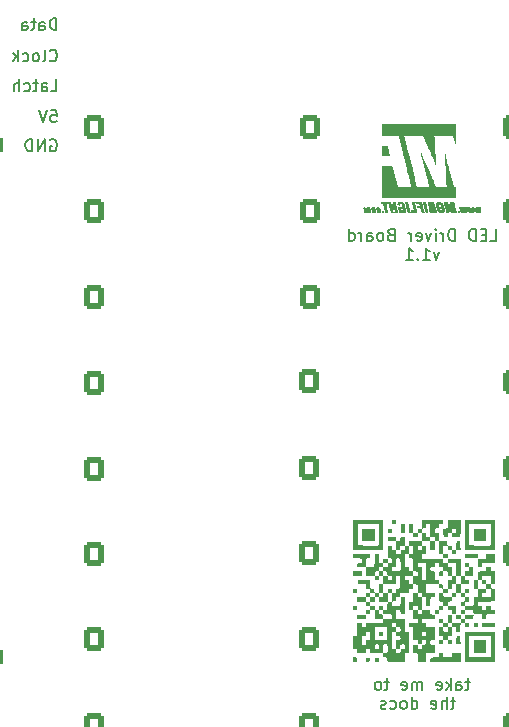
<source format=gbr>
%TF.GenerationSoftware,KiCad,Pcbnew,9.0.3*%
%TF.CreationDate,2025-07-24T13:25:29+02:00*%
%TF.ProjectId,LED-driver-Board,4c45442d-6472-4697-9665-722d426f6172,rev?*%
%TF.SameCoordinates,Original*%
%TF.FileFunction,Legend,Bot*%
%TF.FilePolarity,Positive*%
%FSLAX46Y46*%
G04 Gerber Fmt 4.6, Leading zero omitted, Abs format (unit mm)*
G04 Created by KiCad (PCBNEW 9.0.3) date 2025-07-24 13:25:29*
%MOMM*%
%LPD*%
G01*
G04 APERTURE LIST*
G04 Aperture macros list*
%AMRoundRect*
0 Rectangle with rounded corners*
0 $1 Rounding radius*
0 $2 $3 $4 $5 $6 $7 $8 $9 X,Y pos of 4 corners*
0 Add a 4 corners polygon primitive as box body*
4,1,4,$2,$3,$4,$5,$6,$7,$8,$9,$2,$3,0*
0 Add four circle primitives for the rounded corners*
1,1,$1+$1,$2,$3*
1,1,$1+$1,$4,$5*
1,1,$1+$1,$6,$7*
1,1,$1+$1,$8,$9*
0 Add four rect primitives between the rounded corners*
20,1,$1+$1,$2,$3,$4,$5,0*
20,1,$1+$1,$4,$5,$6,$7,0*
20,1,$1+$1,$6,$7,$8,$9,0*
20,1,$1+$1,$8,$9,$2,$3,0*%
G04 Aperture macros list end*
%ADD10C,0.150000*%
%ADD11C,0.000000*%
%ADD12RoundRect,0.250000X-0.600000X-0.750000X0.600000X-0.750000X0.600000X0.750000X-0.600000X0.750000X0*%
%ADD13O,1.700000X2.000000*%
%ADD14C,6.400000*%
%ADD15O,1.950000X1.700000*%
%ADD16RoundRect,0.250000X0.725000X-0.600000X0.725000X0.600000X-0.725000X0.600000X-0.725000X-0.600000X0*%
%ADD17RoundRect,0.250000X0.750000X-0.600000X0.750000X0.600000X-0.750000X0.600000X-0.750000X-0.600000X0*%
%ADD18O,2.000000X1.700000*%
G04 APERTURE END LIST*
D10*
X78257030Y-79099819D02*
X78733220Y-79099819D01*
X78733220Y-79099819D02*
X78780839Y-79576009D01*
X78780839Y-79576009D02*
X78733220Y-79528390D01*
X78733220Y-79528390D02*
X78637982Y-79480771D01*
X78637982Y-79480771D02*
X78399887Y-79480771D01*
X78399887Y-79480771D02*
X78304649Y-79528390D01*
X78304649Y-79528390D02*
X78257030Y-79576009D01*
X78257030Y-79576009D02*
X78209411Y-79671247D01*
X78209411Y-79671247D02*
X78209411Y-79909342D01*
X78209411Y-79909342D02*
X78257030Y-80004580D01*
X78257030Y-80004580D02*
X78304649Y-80052200D01*
X78304649Y-80052200D02*
X78399887Y-80099819D01*
X78399887Y-80099819D02*
X78637982Y-80099819D01*
X78637982Y-80099819D02*
X78733220Y-80052200D01*
X78733220Y-80052200D02*
X78780839Y-80004580D01*
X77923696Y-79099819D02*
X77590363Y-80099819D01*
X77590363Y-80099819D02*
X77257030Y-79099819D01*
X113752381Y-127503180D02*
X113371429Y-127503180D01*
X113609524Y-127169847D02*
X113609524Y-128026989D01*
X113609524Y-128026989D02*
X113561905Y-128122228D01*
X113561905Y-128122228D02*
X113466667Y-128169847D01*
X113466667Y-128169847D02*
X113371429Y-128169847D01*
X112609524Y-128169847D02*
X112609524Y-127646037D01*
X112609524Y-127646037D02*
X112657143Y-127550799D01*
X112657143Y-127550799D02*
X112752381Y-127503180D01*
X112752381Y-127503180D02*
X112942857Y-127503180D01*
X112942857Y-127503180D02*
X113038095Y-127550799D01*
X112609524Y-128122228D02*
X112704762Y-128169847D01*
X112704762Y-128169847D02*
X112942857Y-128169847D01*
X112942857Y-128169847D02*
X113038095Y-128122228D01*
X113038095Y-128122228D02*
X113085714Y-128026989D01*
X113085714Y-128026989D02*
X113085714Y-127931751D01*
X113085714Y-127931751D02*
X113038095Y-127836513D01*
X113038095Y-127836513D02*
X112942857Y-127788894D01*
X112942857Y-127788894D02*
X112704762Y-127788894D01*
X112704762Y-127788894D02*
X112609524Y-127741275D01*
X112133333Y-128169847D02*
X112133333Y-127169847D01*
X112038095Y-127788894D02*
X111752381Y-128169847D01*
X111752381Y-127503180D02*
X112133333Y-127884132D01*
X110942857Y-128122228D02*
X111038095Y-128169847D01*
X111038095Y-128169847D02*
X111228571Y-128169847D01*
X111228571Y-128169847D02*
X111323809Y-128122228D01*
X111323809Y-128122228D02*
X111371428Y-128026989D01*
X111371428Y-128026989D02*
X111371428Y-127646037D01*
X111371428Y-127646037D02*
X111323809Y-127550799D01*
X111323809Y-127550799D02*
X111228571Y-127503180D01*
X111228571Y-127503180D02*
X111038095Y-127503180D01*
X111038095Y-127503180D02*
X110942857Y-127550799D01*
X110942857Y-127550799D02*
X110895238Y-127646037D01*
X110895238Y-127646037D02*
X110895238Y-127741275D01*
X110895238Y-127741275D02*
X111371428Y-127836513D01*
X109704761Y-128169847D02*
X109704761Y-127503180D01*
X109704761Y-127598418D02*
X109657142Y-127550799D01*
X109657142Y-127550799D02*
X109561904Y-127503180D01*
X109561904Y-127503180D02*
X109419047Y-127503180D01*
X109419047Y-127503180D02*
X109323809Y-127550799D01*
X109323809Y-127550799D02*
X109276190Y-127646037D01*
X109276190Y-127646037D02*
X109276190Y-128169847D01*
X109276190Y-127646037D02*
X109228571Y-127550799D01*
X109228571Y-127550799D02*
X109133333Y-127503180D01*
X109133333Y-127503180D02*
X108990476Y-127503180D01*
X108990476Y-127503180D02*
X108895237Y-127550799D01*
X108895237Y-127550799D02*
X108847618Y-127646037D01*
X108847618Y-127646037D02*
X108847618Y-128169847D01*
X107990476Y-128122228D02*
X108085714Y-128169847D01*
X108085714Y-128169847D02*
X108276190Y-128169847D01*
X108276190Y-128169847D02*
X108371428Y-128122228D01*
X108371428Y-128122228D02*
X108419047Y-128026989D01*
X108419047Y-128026989D02*
X108419047Y-127646037D01*
X108419047Y-127646037D02*
X108371428Y-127550799D01*
X108371428Y-127550799D02*
X108276190Y-127503180D01*
X108276190Y-127503180D02*
X108085714Y-127503180D01*
X108085714Y-127503180D02*
X107990476Y-127550799D01*
X107990476Y-127550799D02*
X107942857Y-127646037D01*
X107942857Y-127646037D02*
X107942857Y-127741275D01*
X107942857Y-127741275D02*
X108419047Y-127836513D01*
X106895237Y-127503180D02*
X106514285Y-127503180D01*
X106752380Y-127169847D02*
X106752380Y-128026989D01*
X106752380Y-128026989D02*
X106704761Y-128122228D01*
X106704761Y-128122228D02*
X106609523Y-128169847D01*
X106609523Y-128169847D02*
X106514285Y-128169847D01*
X106038094Y-128169847D02*
X106133332Y-128122228D01*
X106133332Y-128122228D02*
X106180951Y-128074608D01*
X106180951Y-128074608D02*
X106228570Y-127979370D01*
X106228570Y-127979370D02*
X106228570Y-127693656D01*
X106228570Y-127693656D02*
X106180951Y-127598418D01*
X106180951Y-127598418D02*
X106133332Y-127550799D01*
X106133332Y-127550799D02*
X106038094Y-127503180D01*
X106038094Y-127503180D02*
X105895237Y-127503180D01*
X105895237Y-127503180D02*
X105799999Y-127550799D01*
X105799999Y-127550799D02*
X105752380Y-127598418D01*
X105752380Y-127598418D02*
X105704761Y-127693656D01*
X105704761Y-127693656D02*
X105704761Y-127979370D01*
X105704761Y-127979370D02*
X105752380Y-128074608D01*
X105752380Y-128074608D02*
X105799999Y-128122228D01*
X105799999Y-128122228D02*
X105895237Y-128169847D01*
X105895237Y-128169847D02*
X106038094Y-128169847D01*
X112490476Y-129113124D02*
X112109524Y-129113124D01*
X112347619Y-128779791D02*
X112347619Y-129636933D01*
X112347619Y-129636933D02*
X112300000Y-129732172D01*
X112300000Y-129732172D02*
X112204762Y-129779791D01*
X112204762Y-129779791D02*
X112109524Y-129779791D01*
X111776190Y-129779791D02*
X111776190Y-128779791D01*
X111347619Y-129779791D02*
X111347619Y-129255981D01*
X111347619Y-129255981D02*
X111395238Y-129160743D01*
X111395238Y-129160743D02*
X111490476Y-129113124D01*
X111490476Y-129113124D02*
X111633333Y-129113124D01*
X111633333Y-129113124D02*
X111728571Y-129160743D01*
X111728571Y-129160743D02*
X111776190Y-129208362D01*
X110490476Y-129732172D02*
X110585714Y-129779791D01*
X110585714Y-129779791D02*
X110776190Y-129779791D01*
X110776190Y-129779791D02*
X110871428Y-129732172D01*
X110871428Y-129732172D02*
X110919047Y-129636933D01*
X110919047Y-129636933D02*
X110919047Y-129255981D01*
X110919047Y-129255981D02*
X110871428Y-129160743D01*
X110871428Y-129160743D02*
X110776190Y-129113124D01*
X110776190Y-129113124D02*
X110585714Y-129113124D01*
X110585714Y-129113124D02*
X110490476Y-129160743D01*
X110490476Y-129160743D02*
X110442857Y-129255981D01*
X110442857Y-129255981D02*
X110442857Y-129351219D01*
X110442857Y-129351219D02*
X110919047Y-129446457D01*
X108823809Y-129779791D02*
X108823809Y-128779791D01*
X108823809Y-129732172D02*
X108919047Y-129779791D01*
X108919047Y-129779791D02*
X109109523Y-129779791D01*
X109109523Y-129779791D02*
X109204761Y-129732172D01*
X109204761Y-129732172D02*
X109252380Y-129684552D01*
X109252380Y-129684552D02*
X109299999Y-129589314D01*
X109299999Y-129589314D02*
X109299999Y-129303600D01*
X109299999Y-129303600D02*
X109252380Y-129208362D01*
X109252380Y-129208362D02*
X109204761Y-129160743D01*
X109204761Y-129160743D02*
X109109523Y-129113124D01*
X109109523Y-129113124D02*
X108919047Y-129113124D01*
X108919047Y-129113124D02*
X108823809Y-129160743D01*
X108204761Y-129779791D02*
X108299999Y-129732172D01*
X108299999Y-129732172D02*
X108347618Y-129684552D01*
X108347618Y-129684552D02*
X108395237Y-129589314D01*
X108395237Y-129589314D02*
X108395237Y-129303600D01*
X108395237Y-129303600D02*
X108347618Y-129208362D01*
X108347618Y-129208362D02*
X108299999Y-129160743D01*
X108299999Y-129160743D02*
X108204761Y-129113124D01*
X108204761Y-129113124D02*
X108061904Y-129113124D01*
X108061904Y-129113124D02*
X107966666Y-129160743D01*
X107966666Y-129160743D02*
X107919047Y-129208362D01*
X107919047Y-129208362D02*
X107871428Y-129303600D01*
X107871428Y-129303600D02*
X107871428Y-129589314D01*
X107871428Y-129589314D02*
X107919047Y-129684552D01*
X107919047Y-129684552D02*
X107966666Y-129732172D01*
X107966666Y-129732172D02*
X108061904Y-129779791D01*
X108061904Y-129779791D02*
X108204761Y-129779791D01*
X107014285Y-129732172D02*
X107109523Y-129779791D01*
X107109523Y-129779791D02*
X107299999Y-129779791D01*
X107299999Y-129779791D02*
X107395237Y-129732172D01*
X107395237Y-129732172D02*
X107442856Y-129684552D01*
X107442856Y-129684552D02*
X107490475Y-129589314D01*
X107490475Y-129589314D02*
X107490475Y-129303600D01*
X107490475Y-129303600D02*
X107442856Y-129208362D01*
X107442856Y-129208362D02*
X107395237Y-129160743D01*
X107395237Y-129160743D02*
X107299999Y-129113124D01*
X107299999Y-129113124D02*
X107109523Y-129113124D01*
X107109523Y-129113124D02*
X107014285Y-129160743D01*
X106633332Y-129732172D02*
X106538094Y-129779791D01*
X106538094Y-129779791D02*
X106347618Y-129779791D01*
X106347618Y-129779791D02*
X106252380Y-129732172D01*
X106252380Y-129732172D02*
X106204761Y-129636933D01*
X106204761Y-129636933D02*
X106204761Y-129589314D01*
X106204761Y-129589314D02*
X106252380Y-129494076D01*
X106252380Y-129494076D02*
X106347618Y-129446457D01*
X106347618Y-129446457D02*
X106490475Y-129446457D01*
X106490475Y-129446457D02*
X106585713Y-129398838D01*
X106585713Y-129398838D02*
X106633332Y-129303600D01*
X106633332Y-129303600D02*
X106633332Y-129255981D01*
X106633332Y-129255981D02*
X106585713Y-129160743D01*
X106585713Y-129160743D02*
X106490475Y-129113124D01*
X106490475Y-129113124D02*
X106347618Y-129113124D01*
X106347618Y-129113124D02*
X106252380Y-129160743D01*
X78733220Y-72309819D02*
X78733220Y-71309819D01*
X78733220Y-71309819D02*
X78495125Y-71309819D01*
X78495125Y-71309819D02*
X78352268Y-71357438D01*
X78352268Y-71357438D02*
X78257030Y-71452676D01*
X78257030Y-71452676D02*
X78209411Y-71547914D01*
X78209411Y-71547914D02*
X78161792Y-71738390D01*
X78161792Y-71738390D02*
X78161792Y-71881247D01*
X78161792Y-71881247D02*
X78209411Y-72071723D01*
X78209411Y-72071723D02*
X78257030Y-72166961D01*
X78257030Y-72166961D02*
X78352268Y-72262200D01*
X78352268Y-72262200D02*
X78495125Y-72309819D01*
X78495125Y-72309819D02*
X78733220Y-72309819D01*
X77304649Y-72309819D02*
X77304649Y-71786009D01*
X77304649Y-71786009D02*
X77352268Y-71690771D01*
X77352268Y-71690771D02*
X77447506Y-71643152D01*
X77447506Y-71643152D02*
X77637982Y-71643152D01*
X77637982Y-71643152D02*
X77733220Y-71690771D01*
X77304649Y-72262200D02*
X77399887Y-72309819D01*
X77399887Y-72309819D02*
X77637982Y-72309819D01*
X77637982Y-72309819D02*
X77733220Y-72262200D01*
X77733220Y-72262200D02*
X77780839Y-72166961D01*
X77780839Y-72166961D02*
X77780839Y-72071723D01*
X77780839Y-72071723D02*
X77733220Y-71976485D01*
X77733220Y-71976485D02*
X77637982Y-71928866D01*
X77637982Y-71928866D02*
X77399887Y-71928866D01*
X77399887Y-71928866D02*
X77304649Y-71881247D01*
X76971315Y-71643152D02*
X76590363Y-71643152D01*
X76828458Y-71309819D02*
X76828458Y-72166961D01*
X76828458Y-72166961D02*
X76780839Y-72262200D01*
X76780839Y-72262200D02*
X76685601Y-72309819D01*
X76685601Y-72309819D02*
X76590363Y-72309819D01*
X75828458Y-72309819D02*
X75828458Y-71786009D01*
X75828458Y-71786009D02*
X75876077Y-71690771D01*
X75876077Y-71690771D02*
X75971315Y-71643152D01*
X75971315Y-71643152D02*
X76161791Y-71643152D01*
X76161791Y-71643152D02*
X76257029Y-71690771D01*
X75828458Y-72262200D02*
X75923696Y-72309819D01*
X75923696Y-72309819D02*
X76161791Y-72309819D01*
X76161791Y-72309819D02*
X76257029Y-72262200D01*
X76257029Y-72262200D02*
X76304648Y-72166961D01*
X76304648Y-72166961D02*
X76304648Y-72071723D01*
X76304648Y-72071723D02*
X76257029Y-71976485D01*
X76257029Y-71976485D02*
X76161791Y-71928866D01*
X76161791Y-71928866D02*
X75923696Y-71928866D01*
X75923696Y-71928866D02*
X75828458Y-71881247D01*
X78257030Y-77489819D02*
X78733220Y-77489819D01*
X78733220Y-77489819D02*
X78733220Y-76489819D01*
X77495125Y-77489819D02*
X77495125Y-76966009D01*
X77495125Y-76966009D02*
X77542744Y-76870771D01*
X77542744Y-76870771D02*
X77637982Y-76823152D01*
X77637982Y-76823152D02*
X77828458Y-76823152D01*
X77828458Y-76823152D02*
X77923696Y-76870771D01*
X77495125Y-77442200D02*
X77590363Y-77489819D01*
X77590363Y-77489819D02*
X77828458Y-77489819D01*
X77828458Y-77489819D02*
X77923696Y-77442200D01*
X77923696Y-77442200D02*
X77971315Y-77346961D01*
X77971315Y-77346961D02*
X77971315Y-77251723D01*
X77971315Y-77251723D02*
X77923696Y-77156485D01*
X77923696Y-77156485D02*
X77828458Y-77108866D01*
X77828458Y-77108866D02*
X77590363Y-77108866D01*
X77590363Y-77108866D02*
X77495125Y-77061247D01*
X77161791Y-76823152D02*
X76780839Y-76823152D01*
X77018934Y-76489819D02*
X77018934Y-77346961D01*
X77018934Y-77346961D02*
X76971315Y-77442200D01*
X76971315Y-77442200D02*
X76876077Y-77489819D01*
X76876077Y-77489819D02*
X76780839Y-77489819D01*
X76018934Y-77442200D02*
X76114172Y-77489819D01*
X76114172Y-77489819D02*
X76304648Y-77489819D01*
X76304648Y-77489819D02*
X76399886Y-77442200D01*
X76399886Y-77442200D02*
X76447505Y-77394580D01*
X76447505Y-77394580D02*
X76495124Y-77299342D01*
X76495124Y-77299342D02*
X76495124Y-77013628D01*
X76495124Y-77013628D02*
X76447505Y-76918390D01*
X76447505Y-76918390D02*
X76399886Y-76870771D01*
X76399886Y-76870771D02*
X76304648Y-76823152D01*
X76304648Y-76823152D02*
X76114172Y-76823152D01*
X76114172Y-76823152D02*
X76018934Y-76870771D01*
X75590362Y-77489819D02*
X75590362Y-76489819D01*
X75161791Y-77489819D02*
X75161791Y-76966009D01*
X75161791Y-76966009D02*
X75209410Y-76870771D01*
X75209410Y-76870771D02*
X75304648Y-76823152D01*
X75304648Y-76823152D02*
X75447505Y-76823152D01*
X75447505Y-76823152D02*
X75542743Y-76870771D01*
X75542743Y-76870771D02*
X75590362Y-76918390D01*
X115468096Y-90149847D02*
X115944286Y-90149847D01*
X115944286Y-90149847D02*
X115944286Y-89149847D01*
X115134762Y-89626037D02*
X114801429Y-89626037D01*
X114658572Y-90149847D02*
X115134762Y-90149847D01*
X115134762Y-90149847D02*
X115134762Y-89149847D01*
X115134762Y-89149847D02*
X114658572Y-89149847D01*
X114230000Y-90149847D02*
X114230000Y-89149847D01*
X114230000Y-89149847D02*
X113991905Y-89149847D01*
X113991905Y-89149847D02*
X113849048Y-89197466D01*
X113849048Y-89197466D02*
X113753810Y-89292704D01*
X113753810Y-89292704D02*
X113706191Y-89387942D01*
X113706191Y-89387942D02*
X113658572Y-89578418D01*
X113658572Y-89578418D02*
X113658572Y-89721275D01*
X113658572Y-89721275D02*
X113706191Y-89911751D01*
X113706191Y-89911751D02*
X113753810Y-90006989D01*
X113753810Y-90006989D02*
X113849048Y-90102228D01*
X113849048Y-90102228D02*
X113991905Y-90149847D01*
X113991905Y-90149847D02*
X114230000Y-90149847D01*
X112468095Y-90149847D02*
X112468095Y-89149847D01*
X112468095Y-89149847D02*
X112230000Y-89149847D01*
X112230000Y-89149847D02*
X112087143Y-89197466D01*
X112087143Y-89197466D02*
X111991905Y-89292704D01*
X111991905Y-89292704D02*
X111944286Y-89387942D01*
X111944286Y-89387942D02*
X111896667Y-89578418D01*
X111896667Y-89578418D02*
X111896667Y-89721275D01*
X111896667Y-89721275D02*
X111944286Y-89911751D01*
X111944286Y-89911751D02*
X111991905Y-90006989D01*
X111991905Y-90006989D02*
X112087143Y-90102228D01*
X112087143Y-90102228D02*
X112230000Y-90149847D01*
X112230000Y-90149847D02*
X112468095Y-90149847D01*
X111468095Y-90149847D02*
X111468095Y-89483180D01*
X111468095Y-89673656D02*
X111420476Y-89578418D01*
X111420476Y-89578418D02*
X111372857Y-89530799D01*
X111372857Y-89530799D02*
X111277619Y-89483180D01*
X111277619Y-89483180D02*
X111182381Y-89483180D01*
X110849047Y-90149847D02*
X110849047Y-89483180D01*
X110849047Y-89149847D02*
X110896666Y-89197466D01*
X110896666Y-89197466D02*
X110849047Y-89245085D01*
X110849047Y-89245085D02*
X110801428Y-89197466D01*
X110801428Y-89197466D02*
X110849047Y-89149847D01*
X110849047Y-89149847D02*
X110849047Y-89245085D01*
X110468095Y-89483180D02*
X110230000Y-90149847D01*
X110230000Y-90149847D02*
X109991905Y-89483180D01*
X109230000Y-90102228D02*
X109325238Y-90149847D01*
X109325238Y-90149847D02*
X109515714Y-90149847D01*
X109515714Y-90149847D02*
X109610952Y-90102228D01*
X109610952Y-90102228D02*
X109658571Y-90006989D01*
X109658571Y-90006989D02*
X109658571Y-89626037D01*
X109658571Y-89626037D02*
X109610952Y-89530799D01*
X109610952Y-89530799D02*
X109515714Y-89483180D01*
X109515714Y-89483180D02*
X109325238Y-89483180D01*
X109325238Y-89483180D02*
X109230000Y-89530799D01*
X109230000Y-89530799D02*
X109182381Y-89626037D01*
X109182381Y-89626037D02*
X109182381Y-89721275D01*
X109182381Y-89721275D02*
X109658571Y-89816513D01*
X108753809Y-90149847D02*
X108753809Y-89483180D01*
X108753809Y-89673656D02*
X108706190Y-89578418D01*
X108706190Y-89578418D02*
X108658571Y-89530799D01*
X108658571Y-89530799D02*
X108563333Y-89483180D01*
X108563333Y-89483180D02*
X108468095Y-89483180D01*
X107039523Y-89626037D02*
X106896666Y-89673656D01*
X106896666Y-89673656D02*
X106849047Y-89721275D01*
X106849047Y-89721275D02*
X106801428Y-89816513D01*
X106801428Y-89816513D02*
X106801428Y-89959370D01*
X106801428Y-89959370D02*
X106849047Y-90054608D01*
X106849047Y-90054608D02*
X106896666Y-90102228D01*
X106896666Y-90102228D02*
X106991904Y-90149847D01*
X106991904Y-90149847D02*
X107372856Y-90149847D01*
X107372856Y-90149847D02*
X107372856Y-89149847D01*
X107372856Y-89149847D02*
X107039523Y-89149847D01*
X107039523Y-89149847D02*
X106944285Y-89197466D01*
X106944285Y-89197466D02*
X106896666Y-89245085D01*
X106896666Y-89245085D02*
X106849047Y-89340323D01*
X106849047Y-89340323D02*
X106849047Y-89435561D01*
X106849047Y-89435561D02*
X106896666Y-89530799D01*
X106896666Y-89530799D02*
X106944285Y-89578418D01*
X106944285Y-89578418D02*
X107039523Y-89626037D01*
X107039523Y-89626037D02*
X107372856Y-89626037D01*
X106229999Y-90149847D02*
X106325237Y-90102228D01*
X106325237Y-90102228D02*
X106372856Y-90054608D01*
X106372856Y-90054608D02*
X106420475Y-89959370D01*
X106420475Y-89959370D02*
X106420475Y-89673656D01*
X106420475Y-89673656D02*
X106372856Y-89578418D01*
X106372856Y-89578418D02*
X106325237Y-89530799D01*
X106325237Y-89530799D02*
X106229999Y-89483180D01*
X106229999Y-89483180D02*
X106087142Y-89483180D01*
X106087142Y-89483180D02*
X105991904Y-89530799D01*
X105991904Y-89530799D02*
X105944285Y-89578418D01*
X105944285Y-89578418D02*
X105896666Y-89673656D01*
X105896666Y-89673656D02*
X105896666Y-89959370D01*
X105896666Y-89959370D02*
X105944285Y-90054608D01*
X105944285Y-90054608D02*
X105991904Y-90102228D01*
X105991904Y-90102228D02*
X106087142Y-90149847D01*
X106087142Y-90149847D02*
X106229999Y-90149847D01*
X105039523Y-90149847D02*
X105039523Y-89626037D01*
X105039523Y-89626037D02*
X105087142Y-89530799D01*
X105087142Y-89530799D02*
X105182380Y-89483180D01*
X105182380Y-89483180D02*
X105372856Y-89483180D01*
X105372856Y-89483180D02*
X105468094Y-89530799D01*
X105039523Y-90102228D02*
X105134761Y-90149847D01*
X105134761Y-90149847D02*
X105372856Y-90149847D01*
X105372856Y-90149847D02*
X105468094Y-90102228D01*
X105468094Y-90102228D02*
X105515713Y-90006989D01*
X105515713Y-90006989D02*
X105515713Y-89911751D01*
X105515713Y-89911751D02*
X105468094Y-89816513D01*
X105468094Y-89816513D02*
X105372856Y-89768894D01*
X105372856Y-89768894D02*
X105134761Y-89768894D01*
X105134761Y-89768894D02*
X105039523Y-89721275D01*
X104563332Y-90149847D02*
X104563332Y-89483180D01*
X104563332Y-89673656D02*
X104515713Y-89578418D01*
X104515713Y-89578418D02*
X104468094Y-89530799D01*
X104468094Y-89530799D02*
X104372856Y-89483180D01*
X104372856Y-89483180D02*
X104277618Y-89483180D01*
X103515713Y-90149847D02*
X103515713Y-89149847D01*
X103515713Y-90102228D02*
X103610951Y-90149847D01*
X103610951Y-90149847D02*
X103801427Y-90149847D01*
X103801427Y-90149847D02*
X103896665Y-90102228D01*
X103896665Y-90102228D02*
X103944284Y-90054608D01*
X103944284Y-90054608D02*
X103991903Y-89959370D01*
X103991903Y-89959370D02*
X103991903Y-89673656D01*
X103991903Y-89673656D02*
X103944284Y-89578418D01*
X103944284Y-89578418D02*
X103896665Y-89530799D01*
X103896665Y-89530799D02*
X103801427Y-89483180D01*
X103801427Y-89483180D02*
X103610951Y-89483180D01*
X103610951Y-89483180D02*
X103515713Y-89530799D01*
X111158570Y-91093124D02*
X110920475Y-91759791D01*
X110920475Y-91759791D02*
X110682380Y-91093124D01*
X109777618Y-91759791D02*
X110349046Y-91759791D01*
X110063332Y-91759791D02*
X110063332Y-90759791D01*
X110063332Y-90759791D02*
X110158570Y-90902648D01*
X110158570Y-90902648D02*
X110253808Y-90997886D01*
X110253808Y-90997886D02*
X110349046Y-91045505D01*
X109349046Y-91664552D02*
X109301427Y-91712172D01*
X109301427Y-91712172D02*
X109349046Y-91759791D01*
X109349046Y-91759791D02*
X109396665Y-91712172D01*
X109396665Y-91712172D02*
X109349046Y-91664552D01*
X109349046Y-91664552D02*
X109349046Y-91759791D01*
X108349047Y-91759791D02*
X108920475Y-91759791D01*
X108634761Y-91759791D02*
X108634761Y-90759791D01*
X108634761Y-90759791D02*
X108729999Y-90902648D01*
X108729999Y-90902648D02*
X108825237Y-90997886D01*
X108825237Y-90997886D02*
X108920475Y-91045505D01*
X78161792Y-74864580D02*
X78209411Y-74912200D01*
X78209411Y-74912200D02*
X78352268Y-74959819D01*
X78352268Y-74959819D02*
X78447506Y-74959819D01*
X78447506Y-74959819D02*
X78590363Y-74912200D01*
X78590363Y-74912200D02*
X78685601Y-74816961D01*
X78685601Y-74816961D02*
X78733220Y-74721723D01*
X78733220Y-74721723D02*
X78780839Y-74531247D01*
X78780839Y-74531247D02*
X78780839Y-74388390D01*
X78780839Y-74388390D02*
X78733220Y-74197914D01*
X78733220Y-74197914D02*
X78685601Y-74102676D01*
X78685601Y-74102676D02*
X78590363Y-74007438D01*
X78590363Y-74007438D02*
X78447506Y-73959819D01*
X78447506Y-73959819D02*
X78352268Y-73959819D01*
X78352268Y-73959819D02*
X78209411Y-74007438D01*
X78209411Y-74007438D02*
X78161792Y-74055057D01*
X77590363Y-74959819D02*
X77685601Y-74912200D01*
X77685601Y-74912200D02*
X77733220Y-74816961D01*
X77733220Y-74816961D02*
X77733220Y-73959819D01*
X77066553Y-74959819D02*
X77161791Y-74912200D01*
X77161791Y-74912200D02*
X77209410Y-74864580D01*
X77209410Y-74864580D02*
X77257029Y-74769342D01*
X77257029Y-74769342D02*
X77257029Y-74483628D01*
X77257029Y-74483628D02*
X77209410Y-74388390D01*
X77209410Y-74388390D02*
X77161791Y-74340771D01*
X77161791Y-74340771D02*
X77066553Y-74293152D01*
X77066553Y-74293152D02*
X76923696Y-74293152D01*
X76923696Y-74293152D02*
X76828458Y-74340771D01*
X76828458Y-74340771D02*
X76780839Y-74388390D01*
X76780839Y-74388390D02*
X76733220Y-74483628D01*
X76733220Y-74483628D02*
X76733220Y-74769342D01*
X76733220Y-74769342D02*
X76780839Y-74864580D01*
X76780839Y-74864580D02*
X76828458Y-74912200D01*
X76828458Y-74912200D02*
X76923696Y-74959819D01*
X76923696Y-74959819D02*
X77066553Y-74959819D01*
X75876077Y-74912200D02*
X75971315Y-74959819D01*
X75971315Y-74959819D02*
X76161791Y-74959819D01*
X76161791Y-74959819D02*
X76257029Y-74912200D01*
X76257029Y-74912200D02*
X76304648Y-74864580D01*
X76304648Y-74864580D02*
X76352267Y-74769342D01*
X76352267Y-74769342D02*
X76352267Y-74483628D01*
X76352267Y-74483628D02*
X76304648Y-74388390D01*
X76304648Y-74388390D02*
X76257029Y-74340771D01*
X76257029Y-74340771D02*
X76161791Y-74293152D01*
X76161791Y-74293152D02*
X75971315Y-74293152D01*
X75971315Y-74293152D02*
X75876077Y-74340771D01*
X75447505Y-74959819D02*
X75447505Y-73959819D01*
X75352267Y-74578866D02*
X75066553Y-74959819D01*
X75066553Y-74293152D02*
X75447505Y-74674104D01*
X78209411Y-81617438D02*
X78304649Y-81569819D01*
X78304649Y-81569819D02*
X78447506Y-81569819D01*
X78447506Y-81569819D02*
X78590363Y-81617438D01*
X78590363Y-81617438D02*
X78685601Y-81712676D01*
X78685601Y-81712676D02*
X78733220Y-81807914D01*
X78733220Y-81807914D02*
X78780839Y-81998390D01*
X78780839Y-81998390D02*
X78780839Y-82141247D01*
X78780839Y-82141247D02*
X78733220Y-82331723D01*
X78733220Y-82331723D02*
X78685601Y-82426961D01*
X78685601Y-82426961D02*
X78590363Y-82522200D01*
X78590363Y-82522200D02*
X78447506Y-82569819D01*
X78447506Y-82569819D02*
X78352268Y-82569819D01*
X78352268Y-82569819D02*
X78209411Y-82522200D01*
X78209411Y-82522200D02*
X78161792Y-82474580D01*
X78161792Y-82474580D02*
X78161792Y-82141247D01*
X78161792Y-82141247D02*
X78352268Y-82141247D01*
X77733220Y-82569819D02*
X77733220Y-81569819D01*
X77733220Y-81569819D02*
X77161792Y-82569819D01*
X77161792Y-82569819D02*
X77161792Y-81569819D01*
X76685601Y-82569819D02*
X76685601Y-81569819D01*
X76685601Y-81569819D02*
X76447506Y-81569819D01*
X76447506Y-81569819D02*
X76304649Y-81617438D01*
X76304649Y-81617438D02*
X76209411Y-81712676D01*
X76209411Y-81712676D02*
X76161792Y-81807914D01*
X76161792Y-81807914D02*
X76114173Y-81998390D01*
X76114173Y-81998390D02*
X76114173Y-82141247D01*
X76114173Y-82141247D02*
X76161792Y-82331723D01*
X76161792Y-82331723D02*
X76209411Y-82426961D01*
X76209411Y-82426961D02*
X76304649Y-82522200D01*
X76304649Y-82522200D02*
X76447506Y-82569819D01*
X76447506Y-82569819D02*
X76685601Y-82569819D01*
D11*
%TO.C,G2*%
G36*
X106879125Y-82554340D02*
G01*
X106974449Y-82937736D01*
X106292634Y-82937736D01*
X106292634Y-82170944D01*
X106783800Y-82170944D01*
X106879125Y-82554340D01*
G37*
G36*
X112803718Y-87634349D02*
G01*
X112850101Y-87636626D01*
X112876091Y-87648121D01*
X112889925Y-87676314D01*
X112899843Y-87728684D01*
X112910610Y-87796018D01*
X112834222Y-87791060D01*
X112757833Y-87786101D01*
X112738646Y-87710221D01*
X112719459Y-87634340D01*
X112795921Y-87634340D01*
X112803718Y-87634349D01*
G37*
G36*
X106396173Y-87635055D02*
G01*
X106424998Y-87641211D01*
X106440146Y-87658908D01*
X106451542Y-87694246D01*
X106454124Y-87703780D01*
X106464158Y-87746505D01*
X106468268Y-87774120D01*
X106467309Y-87778315D01*
X106444212Y-87790130D01*
X106390573Y-87794088D01*
X106355346Y-87793605D01*
X106325212Y-87788528D01*
X106311230Y-87773250D01*
X106304070Y-87742170D01*
X106294804Y-87697853D01*
X106284296Y-87662296D01*
X106281709Y-87654433D01*
X106284853Y-87641520D01*
X106306790Y-87635698D01*
X106354073Y-87634340D01*
X106396173Y-87635055D01*
G37*
G36*
X108398955Y-86851634D02*
G01*
X108452950Y-86853205D01*
X108484948Y-86858392D01*
X108502491Y-86869170D01*
X108513116Y-86887516D01*
X108516324Y-86897282D01*
X108526950Y-86935327D01*
X108543049Y-86996181D01*
X108563400Y-87074957D01*
X108586785Y-87166768D01*
X108611985Y-87266728D01*
X108637780Y-87369949D01*
X108662951Y-87471545D01*
X108686280Y-87566628D01*
X108706547Y-87650311D01*
X108722533Y-87717707D01*
X108733018Y-87763930D01*
X108736784Y-87784092D01*
X108735776Y-87785359D01*
X108714182Y-87789803D01*
X108670217Y-87792915D01*
X108611518Y-87794088D01*
X108486252Y-87794088D01*
X108378946Y-87358774D01*
X108376087Y-87347175D01*
X108347947Y-87233006D01*
X108322082Y-87128044D01*
X108299566Y-87036650D01*
X108281473Y-86963190D01*
X108268879Y-86912024D01*
X108262858Y-86887516D01*
X108260258Y-86874793D01*
X108262847Y-86861694D01*
X108278882Y-86854765D01*
X108314531Y-86852044D01*
X108375961Y-86851573D01*
X108398955Y-86851634D01*
G37*
G36*
X109916728Y-86851636D02*
G01*
X109970645Y-86853212D01*
X110002585Y-86858402D01*
X110020078Y-86869179D01*
X110030656Y-86887516D01*
X110033817Y-86897117D01*
X110044429Y-86935034D01*
X110060523Y-86995786D01*
X110080879Y-87074482D01*
X110104274Y-87166234D01*
X110129489Y-87266152D01*
X110155303Y-87369348D01*
X110180494Y-87470933D01*
X110203843Y-87566017D01*
X110224128Y-87649711D01*
X110240129Y-87717127D01*
X110250625Y-87763376D01*
X110254395Y-87783568D01*
X110253382Y-87784904D01*
X110231773Y-87789579D01*
X110187797Y-87792854D01*
X110129087Y-87794088D01*
X110003780Y-87794088D01*
X109894805Y-87350787D01*
X109889945Y-87331017D01*
X109861871Y-87216873D01*
X109836218Y-87112663D01*
X109814027Y-87022604D01*
X109796339Y-86950917D01*
X109784192Y-86901818D01*
X109778627Y-86879529D01*
X109777757Y-86875614D01*
X109779837Y-86862899D01*
X109795799Y-86855630D01*
X109831662Y-86852343D01*
X109893440Y-86851573D01*
X109916728Y-86851636D01*
G37*
G36*
X109410579Y-86855189D02*
G01*
X109685002Y-86859560D01*
X109770074Y-87203019D01*
X109776633Y-87229514D01*
X109803663Y-87338924D01*
X109829679Y-87444581D01*
X109853011Y-87539671D01*
X109871984Y-87617380D01*
X109884927Y-87670895D01*
X109914708Y-87795312D01*
X109785973Y-87790707D01*
X109657238Y-87786101D01*
X109622133Y-87642327D01*
X109615080Y-87613393D01*
X109598731Y-87545938D01*
X109585226Y-87489715D01*
X109576947Y-87454623D01*
X109576139Y-87451113D01*
X109570050Y-87431416D01*
X109558599Y-87419455D01*
X109535141Y-87413301D01*
X109493026Y-87411023D01*
X109425610Y-87410692D01*
X109284352Y-87410692D01*
X109237520Y-87218994D01*
X109507660Y-87218994D01*
X109497047Y-87152625D01*
X109494459Y-87137423D01*
X109485670Y-87095935D01*
X109478088Y-87072751D01*
X109471873Y-87069552D01*
X109439570Y-87064259D01*
X109386807Y-87060607D01*
X109321129Y-87059246D01*
X109172516Y-87059246D01*
X109154336Y-86968720D01*
X109146704Y-86929444D01*
X109139099Y-86886608D01*
X109136156Y-86864506D01*
X109146335Y-86860981D01*
X109183700Y-86857587D01*
X109243633Y-86855373D01*
X109320978Y-86854516D01*
X109410579Y-86855189D01*
G37*
G36*
X105822917Y-87723678D02*
G01*
X105796830Y-87769374D01*
X105749489Y-87799590D01*
X105735576Y-87802688D01*
X105694058Y-87805403D01*
X105641536Y-87804343D01*
X105620259Y-87802656D01*
X105560904Y-87789695D01*
X105519022Y-87763236D01*
X105490207Y-87728646D01*
X105452288Y-87659086D01*
X105422306Y-87575477D01*
X105404650Y-87488363D01*
X105403828Y-87480928D01*
X105404024Y-87442736D01*
X105559347Y-87442736D01*
X105564194Y-87479754D01*
X105568456Y-87500296D01*
X105582374Y-87557569D01*
X105598835Y-87617111D01*
X105607979Y-87643377D01*
X105628421Y-87681481D01*
X105648420Y-87699224D01*
X105663553Y-87693773D01*
X105669398Y-87662296D01*
X105668853Y-87649516D01*
X105660334Y-87596933D01*
X105644095Y-87539545D01*
X105623505Y-87486409D01*
X105601929Y-87446584D01*
X105582735Y-87429128D01*
X105565884Y-87428723D01*
X105559347Y-87442736D01*
X105404024Y-87442736D01*
X105404192Y-87410053D01*
X105424672Y-87362073D01*
X105468436Y-87332977D01*
X105538653Y-87318757D01*
X105612780Y-87318081D01*
X105677728Y-87335985D01*
X105728724Y-87376442D01*
X105769523Y-87442548D01*
X105803878Y-87537397D01*
X105813823Y-87573833D01*
X105828374Y-87659499D01*
X105828136Y-87662296D01*
X105822917Y-87723678D01*
G37*
G36*
X106498364Y-86851573D02*
G01*
X106799944Y-86851573D01*
X106825849Y-86954699D01*
X106838672Y-87006897D01*
X106848137Y-87047708D01*
X106851753Y-87066522D01*
X106843933Y-87070100D01*
X106812019Y-87073790D01*
X106763891Y-87075221D01*
X106727756Y-87076072D01*
X106690481Y-87079549D01*
X106676030Y-87084791D01*
X106679204Y-87100075D01*
X106688915Y-87141358D01*
X106703813Y-87202986D01*
X106722528Y-87279441D01*
X106743688Y-87365203D01*
X106765924Y-87454752D01*
X106787863Y-87542570D01*
X106808136Y-87623136D01*
X106825372Y-87690932D01*
X106838199Y-87740437D01*
X106845247Y-87766132D01*
X106846759Y-87772198D01*
X106843946Y-87783823D01*
X106826716Y-87790436D01*
X106789230Y-87793403D01*
X106725647Y-87794088D01*
X106597387Y-87794088D01*
X106581564Y-87734183D01*
X106572830Y-87700258D01*
X106557866Y-87641195D01*
X106538238Y-87563211D01*
X106515474Y-87472374D01*
X106491101Y-87374749D01*
X106416460Y-87075221D01*
X106246976Y-87075221D01*
X106221880Y-86988894D01*
X106217952Y-86975586D01*
X106204927Y-86931756D01*
X106198358Y-86899636D01*
X106201886Y-86877417D01*
X106219150Y-86863292D01*
X106253790Y-86855453D01*
X106309445Y-86852092D01*
X106389757Y-86851401D01*
X106498364Y-86851573D01*
G37*
G36*
X106035422Y-87322039D02*
G01*
X106101752Y-87350058D01*
X106153402Y-87402582D01*
X106195280Y-87483147D01*
X106196194Y-87485424D01*
X106225398Y-87577633D01*
X106235642Y-87657709D01*
X106226865Y-87721169D01*
X106199008Y-87763531D01*
X106190824Y-87769227D01*
X106141179Y-87787058D01*
X106077165Y-87794100D01*
X106011685Y-87789812D01*
X105957641Y-87773652D01*
X105922204Y-87746729D01*
X105885035Y-87703174D01*
X105856646Y-87655714D01*
X105845338Y-87616003D01*
X105849531Y-87598915D01*
X105869496Y-87589083D01*
X105913231Y-87586761D01*
X105918086Y-87586799D01*
X105960989Y-87590539D01*
X105985787Y-87605220D01*
X106005086Y-87637853D01*
X106008783Y-87645397D01*
X106034058Y-87683009D01*
X106056742Y-87694880D01*
X106073052Y-87678735D01*
X106073153Y-87678465D01*
X106073835Y-87649590D01*
X106066022Y-87602069D01*
X106052441Y-87545937D01*
X106035823Y-87491230D01*
X106018895Y-87447984D01*
X106004387Y-87426235D01*
X105980995Y-87418346D01*
X105962519Y-87431819D01*
X105961430Y-87468477D01*
X105963687Y-87483842D01*
X105958969Y-87499143D01*
X105937244Y-87505364D01*
X105891047Y-87506541D01*
X105813388Y-87506541D01*
X105813388Y-87427229D01*
X105814164Y-87400304D01*
X105823296Y-87356563D01*
X105847209Y-87330562D01*
X105891492Y-87318067D01*
X105961737Y-87314843D01*
X106035422Y-87322039D01*
G37*
G36*
X109102825Y-86911478D02*
G01*
X109106155Y-86924169D01*
X109122356Y-86987369D01*
X109142567Y-87067905D01*
X109165619Y-87160945D01*
X109190342Y-87261652D01*
X109215565Y-87365192D01*
X109240118Y-87466731D01*
X109262832Y-87561433D01*
X109282534Y-87644464D01*
X109298057Y-87710989D01*
X109308228Y-87756173D01*
X109311879Y-87775183D01*
X109304856Y-87781667D01*
X109277083Y-87787388D01*
X109225613Y-87791238D01*
X109147703Y-87793408D01*
X109040611Y-87794088D01*
X108769343Y-87794088D01*
X108759501Y-87750158D01*
X108759434Y-87749861D01*
X108748285Y-87702486D01*
X108735323Y-87650315D01*
X108733446Y-87642928D01*
X108724557Y-87605745D01*
X108720891Y-87586415D01*
X108724535Y-87584768D01*
X108752256Y-87582666D01*
X108801306Y-87582374D01*
X108864575Y-87584011D01*
X108868932Y-87584176D01*
X108945984Y-87585129D01*
X108992662Y-87581225D01*
X109008357Y-87572513D01*
X109006475Y-87561996D01*
X108998107Y-87524500D01*
X108984272Y-87465454D01*
X108966320Y-87390378D01*
X108945602Y-87304788D01*
X108923467Y-87214205D01*
X108901266Y-87124146D01*
X108880349Y-87040131D01*
X108862066Y-86967677D01*
X108847768Y-86912304D01*
X108838804Y-86879529D01*
X108837382Y-86873550D01*
X108840309Y-86861888D01*
X108857608Y-86855247D01*
X108895133Y-86852264D01*
X108958740Y-86851573D01*
X109087000Y-86851573D01*
X109102825Y-86911478D01*
G37*
G36*
X111636801Y-87605960D02*
G01*
X111630179Y-87668252D01*
X111610307Y-87715239D01*
X111576728Y-87750665D01*
X111528990Y-87778275D01*
X111506882Y-87787457D01*
X111404281Y-87810350D01*
X111300592Y-87804563D01*
X111201741Y-87771869D01*
X111113655Y-87714036D01*
X111042258Y-87632836D01*
X111030864Y-87614235D01*
X110996860Y-87542337D01*
X110965840Y-87454049D01*
X110939056Y-87355956D01*
X110917757Y-87254646D01*
X110903194Y-87156705D01*
X110896618Y-87068719D01*
X110896942Y-87060014D01*
X111147679Y-87060014D01*
X111149800Y-87096083D01*
X111158628Y-87152085D01*
X111174616Y-87233568D01*
X111181194Y-87265159D01*
X111210894Y-87395293D01*
X111238595Y-87494841D01*
X111264623Y-87564854D01*
X111289300Y-87606384D01*
X111293040Y-87610395D01*
X111327038Y-87630770D01*
X111360877Y-87631084D01*
X111382678Y-87610778D01*
X111383659Y-87603920D01*
X111380532Y-87568272D01*
X111370780Y-87511325D01*
X111355980Y-87439770D01*
X111337709Y-87360295D01*
X111317547Y-87279590D01*
X111297070Y-87204345D01*
X111277857Y-87141249D01*
X111261486Y-87096990D01*
X111251175Y-87075477D01*
X111219404Y-87029976D01*
X111187758Y-87014172D01*
X111157825Y-87029105D01*
X111151807Y-87038330D01*
X111147679Y-87060014D01*
X110896942Y-87060014D01*
X110899278Y-86997276D01*
X110912426Y-86948962D01*
X110913100Y-86947729D01*
X110948677Y-86898689D01*
X110995013Y-86867527D01*
X111058713Y-86851373D01*
X111146383Y-86847359D01*
X111239741Y-86854006D01*
X111325193Y-86875697D01*
X111395963Y-86915196D01*
X111454747Y-86975329D01*
X111504242Y-87058918D01*
X111547146Y-87168787D01*
X111586156Y-87307759D01*
X111612113Y-87420483D01*
X111630627Y-87524618D01*
X111636646Y-87603920D01*
X111636801Y-87605960D01*
G37*
G36*
X104904097Y-87339465D02*
G01*
X104934235Y-87353365D01*
X104956713Y-87354326D01*
X104977778Y-87338019D01*
X104978873Y-87336944D01*
X105011720Y-87319965D01*
X105061164Y-87321756D01*
X105091637Y-87325507D01*
X105152116Y-87329314D01*
X105216113Y-87330253D01*
X105313744Y-87328945D01*
X105364537Y-87533561D01*
X105367628Y-87546003D01*
X105387095Y-87623841D01*
X105404144Y-87691183D01*
X105417033Y-87741188D01*
X105424017Y-87767014D01*
X105426247Y-87777139D01*
X105420880Y-87788725D01*
X105397350Y-87792614D01*
X105348853Y-87790977D01*
X105265002Y-87786101D01*
X105226976Y-87634340D01*
X105221379Y-87612586D01*
X105196775Y-87530621D01*
X105173343Y-87474099D01*
X105152105Y-87445093D01*
X105134082Y-87445680D01*
X105133960Y-87462694D01*
X105140217Y-87503855D01*
X105151495Y-87561919D01*
X105166312Y-87629746D01*
X105183187Y-87700197D01*
X105200634Y-87766132D01*
X105202024Y-87772223D01*
X105198134Y-87786137D01*
X105175991Y-87792542D01*
X105128785Y-87794088D01*
X105122191Y-87794085D01*
X105086885Y-87792770D01*
X105061860Y-87785573D01*
X105043727Y-87767421D01*
X105029098Y-87733241D01*
X105014582Y-87677960D01*
X104996792Y-87596504D01*
X104990910Y-87572008D01*
X104971806Y-87514906D01*
X104949683Y-87470852D01*
X104927999Y-87445861D01*
X104910211Y-87445947D01*
X104908100Y-87453608D01*
X104911380Y-87487902D01*
X104923807Y-87549565D01*
X104945598Y-87639610D01*
X104976969Y-87759053D01*
X104980787Y-87777775D01*
X104974924Y-87789579D01*
X104951175Y-87792988D01*
X104902554Y-87791002D01*
X104818211Y-87786101D01*
X104773422Y-87610378D01*
X104758393Y-87549079D01*
X104742806Y-87479466D01*
X104732055Y-87424100D01*
X104727866Y-87391286D01*
X104729127Y-87375073D01*
X104749346Y-87337908D01*
X104789380Y-87318370D01*
X104843030Y-87318281D01*
X104904097Y-87339465D01*
G37*
G36*
X110848656Y-87282893D02*
G01*
X110848790Y-87283422D01*
X110877490Y-87397090D01*
X110904021Y-87502450D01*
X110925984Y-87589936D01*
X110927248Y-87594969D01*
X110946034Y-87670116D01*
X110959244Y-87723356D01*
X110965743Y-87750158D01*
X110975801Y-87794088D01*
X110762865Y-87793999D01*
X110667959Y-87792975D01*
X110578346Y-87788441D01*
X110509772Y-87779099D01*
X110456334Y-87763675D01*
X110412131Y-87740895D01*
X110371261Y-87709486D01*
X110341589Y-87679843D01*
X110293477Y-87609954D01*
X110263554Y-87533537D01*
X110253464Y-87459468D01*
X110513209Y-87459468D01*
X110515280Y-87502745D01*
X110542324Y-87559311D01*
X110574668Y-87589208D01*
X110624707Y-87602390D01*
X110641162Y-87602461D01*
X110657970Y-87600188D01*
X110665423Y-87589936D01*
X110663958Y-87565943D01*
X110654016Y-87522444D01*
X110636035Y-87453676D01*
X110634060Y-87446261D01*
X110621265Y-87410902D01*
X110602893Y-87397495D01*
X110569027Y-87397764D01*
X110536849Y-87403691D01*
X110519744Y-87420894D01*
X110513209Y-87459468D01*
X110253464Y-87459468D01*
X110253205Y-87457570D01*
X110263819Y-87389033D01*
X110296782Y-87334902D01*
X110304905Y-87326311D01*
X110323071Y-87300080D01*
X110321546Y-87286640D01*
X110319891Y-87286076D01*
X110263162Y-87250713D01*
X110216971Y-87191972D01*
X110185896Y-87117672D01*
X110181305Y-87084567D01*
X110435799Y-87084567D01*
X110437947Y-87120464D01*
X110450290Y-87153553D01*
X110473775Y-87191038D01*
X110496629Y-87207781D01*
X110537699Y-87218994D01*
X110561680Y-87216551D01*
X110570442Y-87202402D01*
X110565138Y-87167076D01*
X110556340Y-87129120D01*
X110539604Y-87076710D01*
X110520414Y-87050346D01*
X110495007Y-87046230D01*
X110459615Y-87060558D01*
X110455905Y-87062631D01*
X110435799Y-87084567D01*
X110181305Y-87084567D01*
X110174520Y-87035634D01*
X110176628Y-86994796D01*
X110189624Y-86953186D01*
X110219727Y-86915732D01*
X110224417Y-86911223D01*
X110262106Y-86885304D01*
X110312877Y-86867442D01*
X110381349Y-86856875D01*
X110472139Y-86852839D01*
X110589866Y-86854572D01*
X110741627Y-86859560D01*
X110828306Y-87202402D01*
X110848656Y-87282893D01*
G37*
G36*
X107444430Y-86852117D02*
G01*
X107458797Y-86855572D01*
X107459011Y-86856676D01*
X107464416Y-86879324D01*
X107476380Y-86928135D01*
X107493936Y-86999203D01*
X107516116Y-87088619D01*
X107541955Y-87192474D01*
X107570483Y-87306861D01*
X107576748Y-87331979D01*
X107604891Y-87445607D01*
X107630120Y-87548716D01*
X107651455Y-87637214D01*
X107667918Y-87707009D01*
X107678528Y-87754008D01*
X107682307Y-87774120D01*
X107681924Y-87776634D01*
X107666490Y-87786690D01*
X107626037Y-87792329D01*
X107557188Y-87794088D01*
X107431932Y-87794088D01*
X107411867Y-87702233D01*
X107404172Y-87668195D01*
X107385361Y-87590256D01*
X107366769Y-87518522D01*
X107363193Y-87505437D01*
X107349329Y-87460030D01*
X107335489Y-87436630D01*
X107314817Y-87427942D01*
X107280455Y-87426667D01*
X107268463Y-87426744D01*
X107233438Y-87428116D01*
X107219524Y-87430661D01*
X107223058Y-87445500D01*
X107233007Y-87485357D01*
X107247803Y-87543938D01*
X107265873Y-87614992D01*
X107311873Y-87795330D01*
X107182512Y-87790715D01*
X107053151Y-87786101D01*
X106944847Y-87346793D01*
X106940730Y-87330076D01*
X106912968Y-87216312D01*
X106888026Y-87112371D01*
X106866889Y-87022487D01*
X106850543Y-86950896D01*
X106839971Y-86901831D01*
X106836160Y-86879529D01*
X106836155Y-86878803D01*
X106840384Y-86864629D01*
X106857324Y-86856371D01*
X106893378Y-86852521D01*
X106954948Y-86851573D01*
X107074118Y-86851573D01*
X107090934Y-86911478D01*
X107102534Y-86954268D01*
X107118975Y-87017076D01*
X107135842Y-87083208D01*
X107146220Y-87123880D01*
X107159058Y-87165214D01*
X107172737Y-87187040D01*
X107192478Y-87196313D01*
X107223504Y-87199990D01*
X107227917Y-87200360D01*
X107255661Y-87201827D01*
X107272629Y-87197290D01*
X107279391Y-87181759D01*
X107276517Y-87150244D01*
X107264577Y-87097757D01*
X107244140Y-87019309D01*
X107235433Y-86985088D01*
X107222023Y-86926318D01*
X107214285Y-86883305D01*
X107213685Y-86863554D01*
X107222859Y-86860350D01*
X107255887Y-86856320D01*
X107303934Y-86853177D01*
X107357623Y-86851225D01*
X107407581Y-86850770D01*
X107444430Y-86852117D01*
G37*
G36*
X107853780Y-86851610D02*
G01*
X107961549Y-86859868D01*
X108049266Y-86884695D01*
X108120580Y-86929156D01*
X108179140Y-86996318D01*
X108228595Y-87089246D01*
X108272592Y-87211007D01*
X108291828Y-87277877D01*
X108315963Y-87376356D01*
X108335509Y-87473065D01*
X108348605Y-87558499D01*
X108353385Y-87623152D01*
X108353138Y-87633382D01*
X108340907Y-87698903D01*
X108313973Y-87755900D01*
X108277508Y-87792809D01*
X108263549Y-87799103D01*
X108209527Y-87808899D01*
X108142335Y-87808142D01*
X108074183Y-87797537D01*
X108017280Y-87777789D01*
X108013829Y-87776034D01*
X107976056Y-87758706D01*
X107958391Y-87756915D01*
X107954017Y-87769802D01*
X107946824Y-87784171D01*
X107920255Y-87791900D01*
X107868133Y-87794088D01*
X107782248Y-87794088D01*
X107724359Y-87556147D01*
X107713766Y-87512298D01*
X107695059Y-87433188D01*
X107680058Y-87367527D01*
X107670088Y-87321170D01*
X107666470Y-87299971D01*
X107668439Y-87295831D01*
X107691266Y-87288535D01*
X107741424Y-87285426D01*
X107821110Y-87286309D01*
X107838820Y-87286841D01*
X107904120Y-87289416D01*
X107945172Y-87293393D01*
X107968318Y-87300479D01*
X107979899Y-87312385D01*
X107986254Y-87330818D01*
X107989251Y-87342204D01*
X108004333Y-87400692D01*
X108011110Y-87435360D01*
X108009141Y-87452425D01*
X107997987Y-87458105D01*
X107977207Y-87458617D01*
X107961231Y-87459214D01*
X107943400Y-87468145D01*
X107946683Y-87494560D01*
X107962641Y-87539997D01*
X107995200Y-87598850D01*
X108032072Y-87629225D01*
X108071657Y-87629396D01*
X108085033Y-87620502D01*
X108094158Y-87600204D01*
X108095422Y-87565563D01*
X108088511Y-87512511D01*
X108073109Y-87436978D01*
X108048904Y-87334894D01*
X108034548Y-87277772D01*
X108007979Y-87181127D01*
X107984431Y-87110720D01*
X107962406Y-87062990D01*
X107940405Y-87034378D01*
X107916930Y-87021324D01*
X107900581Y-87017978D01*
X107872489Y-87022710D01*
X107861165Y-87049407D01*
X107864059Y-87101957D01*
X107873715Y-87172406D01*
X107626985Y-87163082D01*
X107615956Y-87099183D01*
X107613476Y-87081599D01*
X107615522Y-87002991D01*
X107637575Y-86934154D01*
X107676997Y-86884379D01*
X107696305Y-86871401D01*
X107729022Y-86859210D01*
X107775532Y-86853188D01*
X107844861Y-86851573D01*
X107853780Y-86851610D01*
G37*
G36*
X112320045Y-86851933D02*
G01*
X112374856Y-86853959D01*
X112408072Y-86858608D01*
X112425522Y-86866819D01*
X112433035Y-86879529D01*
X112435592Y-86888658D01*
X112446340Y-86929806D01*
X112462292Y-86993011D01*
X112482278Y-87073447D01*
X112505128Y-87166290D01*
X112529672Y-87266715D01*
X112554740Y-87369898D01*
X112579161Y-87471012D01*
X112601766Y-87565235D01*
X112621385Y-87647740D01*
X112636847Y-87713704D01*
X112646982Y-87758301D01*
X112650621Y-87776706D01*
X112640617Y-87784943D01*
X112602486Y-87791703D01*
X112539413Y-87794088D01*
X112428205Y-87794088D01*
X112412181Y-87734183D01*
X112411430Y-87731354D01*
X112400906Y-87690198D01*
X112385149Y-87626958D01*
X112366164Y-87549729D01*
X112345953Y-87466604D01*
X112341505Y-87448305D01*
X112322737Y-87373287D01*
X112306412Y-87311392D01*
X112294151Y-87268613D01*
X112287578Y-87250944D01*
X112286737Y-87251167D01*
X112285092Y-87270311D01*
X112285566Y-87313919D01*
X112287868Y-87376165D01*
X112291711Y-87451227D01*
X112296807Y-87533279D01*
X112302865Y-87616498D01*
X112309597Y-87695059D01*
X112319045Y-87795714D01*
X112217255Y-87790908D01*
X112115464Y-87786101D01*
X111995849Y-87511670D01*
X111994505Y-87508587D01*
X111956925Y-87423198D01*
X111923797Y-87349395D01*
X111897164Y-87291619D01*
X111879072Y-87254309D01*
X111871568Y-87241905D01*
X111872205Y-87249582D01*
X111879120Y-87283442D01*
X111892094Y-87339430D01*
X111909891Y-87412274D01*
X111931277Y-87496704D01*
X111945237Y-87551509D01*
X111965245Y-87632269D01*
X111981227Y-87699553D01*
X111991819Y-87747554D01*
X111995652Y-87770463D01*
X111994267Y-87777251D01*
X111979889Y-87787423D01*
X111945205Y-87792626D01*
X111884444Y-87794088D01*
X111773236Y-87794088D01*
X111757589Y-87734183D01*
X111757541Y-87733998D01*
X111740531Y-87667764D01*
X111719647Y-87584725D01*
X111696045Y-87489662D01*
X111670885Y-87387357D01*
X111645324Y-87282590D01*
X111620519Y-87180142D01*
X111597628Y-87084796D01*
X111577808Y-87001333D01*
X111562218Y-86934533D01*
X111552015Y-86889177D01*
X111548357Y-86870048D01*
X111556241Y-86861510D01*
X111584698Y-86855978D01*
X111637507Y-86853927D01*
X111718405Y-86855026D01*
X111888453Y-86859560D01*
X111993971Y-87104224D01*
X112025508Y-87176765D01*
X112058446Y-87248969D01*
X112081837Y-87292337D01*
X112096791Y-87306374D01*
X112104421Y-87290580D01*
X112105838Y-87244459D01*
X112102154Y-87167514D01*
X112094481Y-87059246D01*
X112089888Y-86991222D01*
X112086707Y-86928213D01*
X112085675Y-86883380D01*
X112087052Y-86863554D01*
X112097076Y-86859867D01*
X112133521Y-86855583D01*
X112189857Y-86852656D01*
X112259104Y-86851573D01*
X112320045Y-86851933D01*
G37*
G36*
X113252764Y-87410663D02*
G01*
X113279008Y-87471724D01*
X113299596Y-87518704D01*
X113311671Y-87543466D01*
X113317503Y-87549817D01*
X113319365Y-87541564D01*
X113319531Y-87522516D01*
X113319117Y-87509205D01*
X113314763Y-87461340D01*
X113307170Y-87406699D01*
X113294680Y-87330818D01*
X113606816Y-87330818D01*
X113640243Y-87422673D01*
X113666543Y-87493133D01*
X113685402Y-87538535D01*
X113696246Y-87556288D01*
X113699959Y-87547812D01*
X113697426Y-87514529D01*
X113697053Y-87511359D01*
X113690614Y-87448745D01*
X113685526Y-87387270D01*
X113681204Y-87323911D01*
X113760976Y-87328598D01*
X113788936Y-87330858D01*
X113830328Y-87336953D01*
X113851070Y-87344033D01*
X113851899Y-87345065D01*
X113863330Y-87367778D01*
X113881546Y-87411076D01*
X113903007Y-87466604D01*
X113944620Y-87578428D01*
X113934782Y-87466604D01*
X113934581Y-87464325D01*
X113929408Y-87407088D01*
X113925176Y-87362872D01*
X113922782Y-87341084D01*
X113927345Y-87336559D01*
X113955616Y-87331474D01*
X114002685Y-87329276D01*
X114060428Y-87329686D01*
X114120715Y-87332426D01*
X114175421Y-87337216D01*
X114216419Y-87343777D01*
X114235581Y-87351829D01*
X114245604Y-87373536D01*
X114262323Y-87417026D01*
X114281452Y-87471618D01*
X114281678Y-87472292D01*
X114299573Y-87521830D01*
X114314109Y-87555345D01*
X114322158Y-87565612D01*
X114322499Y-87565096D01*
X114323709Y-87544356D01*
X114321180Y-87501338D01*
X114315392Y-87444580D01*
X114314627Y-87438120D01*
X114308699Y-87383025D01*
X114305441Y-87343107D01*
X114305542Y-87326623D01*
X114312291Y-87325629D01*
X114343135Y-87325865D01*
X114389711Y-87328310D01*
X114470096Y-87333790D01*
X114513705Y-87444942D01*
X114536244Y-87500146D01*
X114557390Y-87544907D01*
X114569636Y-87560402D01*
X114572643Y-87546261D01*
X114566074Y-87502116D01*
X114564269Y-87492289D01*
X114556030Y-87432370D01*
X114552313Y-87378743D01*
X114551607Y-87322831D01*
X114631492Y-87328366D01*
X114711376Y-87333902D01*
X114711376Y-87417767D01*
X114711481Y-87431205D01*
X114713309Y-87493612D01*
X114716938Y-87570357D01*
X114721755Y-87647861D01*
X114732134Y-87794088D01*
X114549869Y-87794088D01*
X114510357Y-87702233D01*
X114485603Y-87645038D01*
X114463363Y-87596546D01*
X114450403Y-87575772D01*
X114444905Y-87581768D01*
X114445050Y-87613588D01*
X114449017Y-87670283D01*
X114458504Y-87794088D01*
X114278592Y-87794088D01*
X114214816Y-87654309D01*
X114201813Y-87625929D01*
X114169518Y-87556318D01*
X114140236Y-87494296D01*
X114119031Y-87450629D01*
X114087021Y-87386730D01*
X114103667Y-87794088D01*
X114018094Y-87794088D01*
X113988244Y-87793024D01*
X113941592Y-87785997D01*
X113916418Y-87774120D01*
X113915467Y-87772850D01*
X113901325Y-87746129D01*
X113880931Y-87699537D01*
X113858361Y-87642327D01*
X113816406Y-87530504D01*
X113826245Y-87662296D01*
X113836085Y-87794088D01*
X113655487Y-87794088D01*
X113579825Y-87630346D01*
X113553801Y-87574133D01*
X113523521Y-87508993D01*
X113499322Y-87457231D01*
X113484848Y-87426667D01*
X113483928Y-87424803D01*
X113476280Y-87414447D01*
X113471346Y-87421903D01*
X113468787Y-87450699D01*
X113468261Y-87504360D01*
X113469429Y-87586415D01*
X113473325Y-87786101D01*
X113385464Y-87790625D01*
X113297602Y-87795148D01*
X113249678Y-87673400D01*
X113242501Y-87655356D01*
X113220077Y-87601439D01*
X113202386Y-87562497D01*
X113192751Y-87545969D01*
X113190159Y-87550540D01*
X113190539Y-87578196D01*
X113195579Y-87623257D01*
X113199365Y-87651686D01*
X113205596Y-87708514D01*
X113208574Y-87750955D01*
X113208650Y-87753947D01*
X113207448Y-87777847D01*
X113197246Y-87789694D01*
X113170412Y-87792904D01*
X113119312Y-87790892D01*
X113028883Y-87786101D01*
X112928211Y-87570441D01*
X112911627Y-87534715D01*
X112878352Y-87461702D01*
X112851539Y-87401042D01*
X112833595Y-87358241D01*
X112826929Y-87338805D01*
X112831076Y-87333593D01*
X112858146Y-87326613D01*
X112902212Y-87324688D01*
X112978105Y-87326545D01*
X113018997Y-87432142D01*
X113036987Y-87477506D01*
X113058506Y-87526373D01*
X113071330Y-87546000D01*
X113076053Y-87537137D01*
X113073271Y-87500533D01*
X113066227Y-87444425D01*
X113059220Y-87388188D01*
X113052474Y-87333734D01*
X113133740Y-87328253D01*
X113215005Y-87322773D01*
X113252764Y-87410663D01*
G37*
G36*
X112553979Y-81192485D02*
G01*
X112553185Y-82115032D01*
X112340151Y-81260378D01*
X110745272Y-81260378D01*
X110755891Y-81448082D01*
X110757031Y-81468029D01*
X110761811Y-81549355D01*
X110767997Y-81652207D01*
X110775110Y-81768713D01*
X110782672Y-81891000D01*
X110790201Y-82011195D01*
X110803881Y-82228496D01*
X110815965Y-82421628D01*
X110826651Y-82593908D01*
X110836280Y-82750879D01*
X110845191Y-82898081D01*
X110853725Y-83041056D01*
X110862220Y-83185346D01*
X110867172Y-83268750D01*
X110873931Y-83379437D01*
X110880558Y-83484843D01*
X110886493Y-83576095D01*
X110891176Y-83644322D01*
X110893945Y-83688316D01*
X110895961Y-83743157D01*
X110895331Y-83778467D01*
X110892019Y-83788095D01*
X110891636Y-83787612D01*
X110880702Y-83767090D01*
X110860173Y-83723742D01*
X110832846Y-83663602D01*
X110801514Y-83592705D01*
X110776565Y-83535530D01*
X110727358Y-83422797D01*
X110671944Y-83295879D01*
X110611785Y-83158118D01*
X110548341Y-83012858D01*
X110483072Y-82863443D01*
X110417441Y-82713215D01*
X110352908Y-82565520D01*
X110290934Y-82423700D01*
X110232979Y-82291099D01*
X110180506Y-82171060D01*
X110134974Y-82066926D01*
X110097845Y-81982042D01*
X110070579Y-81919751D01*
X110054638Y-81883397D01*
X110050544Y-81874086D01*
X110022114Y-81809460D01*
X109985829Y-81727015D01*
X109945923Y-81636373D01*
X109906631Y-81547156D01*
X109892700Y-81515425D01*
X109859306Y-81438490D01*
X109830987Y-81372043D01*
X109810385Y-81322320D01*
X109800135Y-81295552D01*
X109788971Y-81260378D01*
X108991305Y-81260378D01*
X108957754Y-81260383D01*
X108803382Y-81260551D01*
X108659774Y-81260936D01*
X108529955Y-81261515D01*
X108416953Y-81262266D01*
X108323793Y-81263164D01*
X108253504Y-81264186D01*
X108209110Y-81265310D01*
X108193640Y-81266511D01*
X108195758Y-81276307D01*
X108204594Y-81313359D01*
X108219340Y-81373918D01*
X108238949Y-81453710D01*
X108262373Y-81548462D01*
X108288566Y-81653901D01*
X108316775Y-81767315D01*
X108357197Y-81930099D01*
X108404542Y-82121008D01*
X108458421Y-82338462D01*
X108518442Y-82580883D01*
X108584215Y-82846693D01*
X108655349Y-83134312D01*
X108731454Y-83442163D01*
X108812140Y-83768667D01*
X108897015Y-84112246D01*
X108985689Y-84471321D01*
X109023867Y-84625904D01*
X109064700Y-84791155D01*
X109103254Y-84947102D01*
X109138763Y-85090643D01*
X109170457Y-85218676D01*
X109197569Y-85328098D01*
X109219332Y-85415807D01*
X109234976Y-85478702D01*
X109243734Y-85513680D01*
X109271031Y-85621510D01*
X109794161Y-85621510D01*
X109874988Y-85621447D01*
X110008065Y-85620929D01*
X110113171Y-85619804D01*
X110192923Y-85617972D01*
X110249938Y-85615331D01*
X110286836Y-85611779D01*
X110306234Y-85607217D01*
X110310751Y-85601541D01*
X110310550Y-85600894D01*
X110304493Y-85577960D01*
X110291981Y-85528573D01*
X110274058Y-85456922D01*
X110251768Y-85367194D01*
X110226155Y-85263574D01*
X110198262Y-85150252D01*
X110187317Y-85105736D01*
X110161988Y-85002937D01*
X110131879Y-84880964D01*
X110097683Y-84742606D01*
X110060090Y-84590651D01*
X110019794Y-84427888D01*
X109977486Y-84257104D01*
X109933859Y-84081087D01*
X109889604Y-83902627D01*
X109845413Y-83724510D01*
X109801978Y-83549526D01*
X109759992Y-83380462D01*
X109720146Y-83220106D01*
X109683132Y-83071247D01*
X109649642Y-82936673D01*
X109620369Y-82819172D01*
X109596003Y-82721532D01*
X109577238Y-82646541D01*
X109564765Y-82596988D01*
X109559277Y-82575660D01*
X109557695Y-82567962D01*
X109564092Y-82575656D01*
X109582559Y-82611997D01*
X109612858Y-82676473D01*
X109654750Y-82768571D01*
X109707998Y-82887779D01*
X109772362Y-83033585D01*
X109807287Y-83113036D01*
X109847115Y-83203577D01*
X109889793Y-83300529D01*
X109936438Y-83406425D01*
X109988167Y-83523801D01*
X110046099Y-83655192D01*
X110111352Y-83803133D01*
X110185043Y-83970160D01*
X110268290Y-84158806D01*
X110362211Y-84371609D01*
X110467924Y-84611101D01*
X110503525Y-84691767D01*
X110562946Y-84826458D01*
X110624113Y-84965160D01*
X110683362Y-85099562D01*
X110737030Y-85221357D01*
X110781452Y-85322235D01*
X110913401Y-85622016D01*
X111777907Y-85613522D01*
X111774568Y-85509686D01*
X111773845Y-85489886D01*
X111770977Y-85425544D01*
X111766782Y-85341731D01*
X111761702Y-85247087D01*
X111756180Y-85150252D01*
X111753035Y-85096506D01*
X111746179Y-84977715D01*
X111738682Y-84846207D01*
X111731258Y-84714504D01*
X111724617Y-84595126D01*
X111721808Y-84544181D01*
X111710720Y-84343344D01*
X111701056Y-84168841D01*
X111692561Y-84016154D01*
X111684980Y-83880765D01*
X111678060Y-83758156D01*
X111671544Y-83643809D01*
X111665179Y-83533205D01*
X111658710Y-83421828D01*
X111651881Y-83305158D01*
X111648653Y-83249848D01*
X111641636Y-83127565D01*
X111634920Y-83007934D01*
X111628906Y-82898265D01*
X111623998Y-82805867D01*
X111620601Y-82738051D01*
X111612297Y-82562327D01*
X111818386Y-83385032D01*
X111847158Y-83499959D01*
X111897255Y-83700337D01*
X111950392Y-83913163D01*
X112004766Y-84131196D01*
X112058572Y-84347199D01*
X112110006Y-84553931D01*
X112157265Y-84744154D01*
X112198545Y-84910629D01*
X112372616Y-85613522D01*
X112554772Y-85623104D01*
X112554772Y-86564026D01*
X106292634Y-86564026D01*
X106292634Y-83815855D01*
X106742673Y-83820098D01*
X107192712Y-83824340D01*
X107235928Y-83992076D01*
X107245186Y-84028387D01*
X107263235Y-84099987D01*
X107287165Y-84195485D01*
X107315974Y-84310860D01*
X107348658Y-84442087D01*
X107384215Y-84585145D01*
X107421641Y-84736011D01*
X107459935Y-84890661D01*
X107640727Y-85621510D01*
X108212718Y-85621510D01*
X108355133Y-85621270D01*
X108493324Y-85620350D01*
X108602659Y-85618692D01*
X108684801Y-85616244D01*
X108741415Y-85612954D01*
X108774163Y-85608770D01*
X108784709Y-85603640D01*
X108784360Y-85599776D01*
X108782697Y-85590236D01*
X108779300Y-85574006D01*
X108773774Y-85549467D01*
X108765719Y-85514996D01*
X108754739Y-85468972D01*
X108740438Y-85409773D01*
X108722417Y-85335779D01*
X108700279Y-85245367D01*
X108673628Y-85136916D01*
X108642066Y-85008806D01*
X108605195Y-84859413D01*
X108562620Y-84687118D01*
X108513942Y-84490298D01*
X108458764Y-84267333D01*
X108396689Y-84016600D01*
X108327321Y-83736478D01*
X108316865Y-83694256D01*
X108267309Y-83494087D01*
X108214680Y-83281423D01*
X108160516Y-83062477D01*
X108106353Y-82843465D01*
X108053729Y-82630603D01*
X108004180Y-82430106D01*
X107959243Y-82248190D01*
X107920455Y-82091070D01*
X107891431Y-81973517D01*
X107856352Y-81831613D01*
X107823821Y-81700201D01*
X107794685Y-81582704D01*
X107769796Y-81482541D01*
X107750002Y-81403136D01*
X107736153Y-81347910D01*
X107729098Y-81320283D01*
X107713163Y-81260378D01*
X106292634Y-81260378D01*
X106292634Y-80269938D01*
X112554772Y-80269938D01*
X112553979Y-81192485D01*
G37*
%TO.C,G\u002A\u002A\u002A*%
G36*
X104574779Y-118331083D02*
G01*
X104574779Y-118518768D01*
X104224434Y-118518768D01*
X103874089Y-118518768D01*
X103874089Y-118331083D01*
X103874089Y-118143399D01*
X104224434Y-118143399D01*
X104574779Y-118143399D01*
X104574779Y-118331083D01*
G37*
G36*
X104043005Y-125430679D02*
G01*
X104211922Y-125438078D01*
X104219321Y-125606995D01*
X104226721Y-125775911D01*
X104050405Y-125775911D01*
X103874089Y-125775911D01*
X103874089Y-125599595D01*
X103874089Y-125423279D01*
X104043005Y-125430679D01*
G37*
G36*
X104950148Y-121972167D02*
G01*
X104950148Y-122147340D01*
X104587291Y-122147340D01*
X104224434Y-122147340D01*
X104224434Y-121972167D01*
X104224434Y-121796995D01*
X104587291Y-121796995D01*
X104950148Y-121796995D01*
X104950148Y-121972167D01*
G37*
G36*
X105675862Y-115052857D02*
G01*
X105675862Y-115590886D01*
X105137833Y-115590886D01*
X104599803Y-115590886D01*
X104599803Y-115052857D01*
X104599803Y-114514827D01*
X105137833Y-114514827D01*
X105675862Y-114514827D01*
X105675862Y-115052857D01*
G37*
G36*
X106046119Y-125606995D02*
G01*
X106053519Y-125775911D01*
X105863547Y-125775911D01*
X105673576Y-125775911D01*
X105680975Y-125606995D01*
X105688375Y-125438078D01*
X105863547Y-125438078D01*
X106038720Y-125438078D01*
X106046119Y-125606995D01*
G37*
G36*
X106401577Y-121247549D02*
G01*
X106401577Y-121421625D01*
X106225308Y-121421625D01*
X106051232Y-121421625D01*
X106051232Y-121246453D01*
X106051232Y-121071280D01*
X106226404Y-121071280D01*
X106401577Y-121071280D01*
X106401577Y-121247549D01*
G37*
G36*
X106401577Y-123423596D02*
G01*
X106401577Y-123598768D01*
X106226404Y-123598768D01*
X106051232Y-123598768D01*
X106051232Y-123423596D01*
X106051232Y-123248423D01*
X106226404Y-123248423D01*
X106401577Y-123248423D01*
X106401577Y-123423596D01*
G37*
G36*
X107127291Y-114690000D02*
G01*
X107127291Y-114865172D01*
X106952119Y-114865172D01*
X106776946Y-114865172D01*
X106776946Y-114690000D01*
X106776946Y-114514827D01*
X106952119Y-114514827D01*
X107127291Y-114514827D01*
X107127291Y-114690000D01*
G37*
G36*
X107122131Y-119788768D02*
G01*
X107129484Y-119970197D01*
X106952119Y-119970197D01*
X106774754Y-119970197D01*
X106782106Y-119788768D01*
X106789458Y-119607340D01*
X106952119Y-119607340D01*
X107114779Y-119607340D01*
X107122131Y-119788768D01*
G37*
G36*
X108046946Y-114144571D02*
G01*
X108215862Y-114151970D01*
X108222806Y-114508571D01*
X108229749Y-114865172D01*
X108053889Y-114865172D01*
X107878030Y-114865172D01*
X107878030Y-114501172D01*
X107878030Y-114137171D01*
X108046946Y-114144571D01*
G37*
G36*
X112050887Y-115971369D02*
G01*
X112219803Y-115978768D01*
X112227203Y-116147684D01*
X112234602Y-116316601D01*
X112058287Y-116316601D01*
X111881971Y-116316601D01*
X111881971Y-116140285D01*
X111881971Y-115963969D01*
X112050887Y-115971369D01*
G37*
G36*
X112050887Y-123979250D02*
G01*
X112219803Y-123986650D01*
X112227203Y-124155566D01*
X112234602Y-124324482D01*
X112058287Y-124324482D01*
X111881971Y-124324482D01*
X111881971Y-124148167D01*
X111881971Y-123971851D01*
X112050887Y-123979250D01*
G37*
G36*
X112582660Y-116516798D02*
G01*
X112582660Y-116691970D01*
X112407488Y-116691970D01*
X112232316Y-116691970D01*
X112232316Y-116516798D01*
X112232316Y-116341625D01*
X112407488Y-116341625D01*
X112582660Y-116341625D01*
X112582660Y-116516798D01*
G37*
G36*
X112582660Y-120145369D02*
G01*
X112582660Y-120320542D01*
X112407488Y-120320542D01*
X112232316Y-120320542D01*
X112232316Y-120145369D01*
X112232316Y-119970197D01*
X112407488Y-119970197D01*
X112582660Y-119970197D01*
X112582660Y-120145369D01*
G37*
G36*
X112952461Y-115960000D02*
G01*
X112959404Y-116316601D01*
X112782857Y-116316601D01*
X112606311Y-116316601D01*
X112613254Y-115960000D01*
X112620197Y-115603399D01*
X112782857Y-115603399D01*
X112945518Y-115603399D01*
X112952461Y-115960000D01*
G37*
G36*
X112952461Y-123967881D02*
G01*
X112959404Y-124324482D01*
X112782857Y-124324482D01*
X112606311Y-124324482D01*
X112613254Y-123967881D01*
X112620197Y-123611280D01*
X112782857Y-123611280D01*
X112945518Y-123611280D01*
X112952461Y-123967881D01*
G37*
G36*
X114409458Y-116867143D02*
G01*
X114409458Y-117042315D01*
X113871429Y-117042315D01*
X113333399Y-117042315D01*
X113333399Y-116867143D01*
X113333399Y-116691970D01*
X113871429Y-116691970D01*
X114409458Y-116691970D01*
X114409458Y-116867143D01*
G37*
G36*
X113502316Y-117422797D02*
G01*
X113671232Y-117430197D01*
X113678631Y-117599113D01*
X113686031Y-117768029D01*
X113509715Y-117768029D01*
X113333399Y-117768029D01*
X113333399Y-117591713D01*
X113333399Y-117415398D01*
X113502316Y-117422797D01*
G37*
G36*
X115135173Y-115052857D02*
G01*
X115135173Y-115590886D01*
X114597143Y-115590886D01*
X114059114Y-115590886D01*
X114059114Y-115052857D01*
X114059114Y-114514827D01*
X114597143Y-114514827D01*
X115135173Y-114514827D01*
X115135173Y-115052857D01*
G37*
G36*
X114409458Y-122697881D02*
G01*
X114409458Y-122873054D01*
X114234286Y-122873054D01*
X114059114Y-122873054D01*
X114059114Y-122697881D01*
X114059114Y-122522709D01*
X114234286Y-122522709D01*
X114409458Y-122522709D01*
X114409458Y-122697881D01*
G37*
G36*
X115135173Y-124512167D02*
G01*
X115135173Y-125050197D01*
X114597143Y-125050197D01*
X114059114Y-125050197D01*
X114059114Y-124512167D01*
X114059114Y-123974138D01*
X114597143Y-123974138D01*
X115135173Y-123974138D01*
X115135173Y-124512167D01*
G37*
G36*
X115860887Y-122697881D02*
G01*
X115860887Y-122873054D01*
X115322857Y-122873054D01*
X114784828Y-122873054D01*
X114784828Y-122697881D01*
X114784828Y-122522709D01*
X115322857Y-122522709D01*
X115860887Y-122522709D01*
X115860887Y-122697881D01*
G37*
G36*
X114952624Y-118874200D02*
G01*
X115122660Y-118881625D01*
X115130037Y-119064223D01*
X115137413Y-119246820D01*
X114967376Y-119239395D01*
X114797340Y-119231970D01*
X114789964Y-119049373D01*
X114782588Y-118866775D01*
X114952624Y-118874200D01*
G37*
G36*
X104224434Y-121229770D02*
G01*
X104222468Y-121306142D01*
X104216434Y-121372940D01*
X104207751Y-121404942D01*
X104181245Y-121412774D01*
X104117528Y-121419171D01*
X104032578Y-121421625D01*
X103874089Y-121421625D01*
X103874089Y-121246453D01*
X103874089Y-121071280D01*
X104049261Y-121071280D01*
X104224434Y-121071280D01*
X104224434Y-121229770D01*
G37*
G36*
X104219530Y-119754685D02*
G01*
X104221509Y-119819827D01*
X104219937Y-119893763D01*
X104214059Y-119936114D01*
X104195945Y-119952949D01*
X104138121Y-119966063D01*
X104036438Y-119970197D01*
X103871896Y-119970197D01*
X103879249Y-119788768D01*
X103886601Y-119607340D01*
X104049261Y-119607340D01*
X104211922Y-119607340D01*
X104219530Y-119754685D01*
G37*
G36*
X105320683Y-125572731D02*
G01*
X105322585Y-125625004D01*
X105321298Y-125698429D01*
X105315212Y-125741647D01*
X105290806Y-125761098D01*
X105229450Y-125772402D01*
X105124963Y-125775911D01*
X104947861Y-125775911D01*
X104955261Y-125606995D01*
X104962660Y-125438078D01*
X105137833Y-125438078D01*
X105313005Y-125438078D01*
X105320683Y-125572731D01*
G37*
G36*
X106776946Y-120333054D02*
G01*
X106776946Y-120695911D01*
X106414776Y-120695911D01*
X106051232Y-120695911D01*
X106051232Y-120521882D01*
X106051232Y-120347853D01*
X106220148Y-120340453D01*
X106389064Y-120333054D01*
X106396417Y-120151625D01*
X106403769Y-119970197D01*
X106589261Y-119970197D01*
X106776946Y-119970197D01*
X106776946Y-120333054D01*
G37*
G36*
X107502660Y-113946506D02*
G01*
X107500549Y-114023962D01*
X107494147Y-114091251D01*
X107484952Y-114123800D01*
X107455649Y-114131473D01*
X107390004Y-114135438D01*
X107303524Y-114134227D01*
X107139803Y-114126945D01*
X107139803Y-113964285D01*
X107139803Y-113801625D01*
X107321232Y-113794273D01*
X107502660Y-113786920D01*
X107502660Y-113946506D01*
G37*
G36*
X112582660Y-121421625D02*
G01*
X112582660Y-121771970D01*
X112408631Y-121771970D01*
X112234602Y-121771970D01*
X112227203Y-121603054D01*
X112219803Y-121434138D01*
X112050887Y-121426738D01*
X111881971Y-121419339D01*
X111881971Y-121245309D01*
X111881971Y-121071280D01*
X112232316Y-121071280D01*
X112582660Y-121071280D01*
X112582660Y-121421625D01*
G37*
G36*
X111501514Y-121239077D02*
G01*
X111494089Y-121409113D01*
X111312660Y-121416465D01*
X111131232Y-121423818D01*
X111131232Y-121597894D01*
X111131232Y-121771970D01*
X110956059Y-121771970D01*
X110780887Y-121771970D01*
X110780887Y-121596798D01*
X110780887Y-121421625D01*
X110954916Y-121421625D01*
X111128945Y-121421625D01*
X111136345Y-121252709D01*
X111143744Y-121083793D01*
X111326342Y-121076417D01*
X111508939Y-121069041D01*
X111501514Y-121239077D01*
G37*
G36*
X113683744Y-120520739D02*
G01*
X113683744Y-120695911D01*
X113508572Y-120695911D01*
X113333399Y-120695911D01*
X113333399Y-120871083D01*
X113333399Y-121046256D01*
X113144571Y-121046256D01*
X112955743Y-121046256D01*
X112963143Y-120877340D01*
X112970542Y-120708423D01*
X113151971Y-120701071D01*
X113333399Y-120693718D01*
X113333399Y-120519642D01*
X113333399Y-120345566D01*
X113508572Y-120345566D01*
X113683744Y-120345566D01*
X113683744Y-120520739D01*
G37*
G36*
X115860887Y-117054140D02*
G01*
X115860887Y-117417684D01*
X115322857Y-117417684D01*
X114784828Y-117417684D01*
X114784828Y-117592857D01*
X114784828Y-117768029D01*
X114597143Y-117768029D01*
X114409458Y-117768029D01*
X114409458Y-117418371D01*
X114409458Y-117068714D01*
X114766059Y-117061770D01*
X115122660Y-117054827D01*
X115135173Y-116879655D01*
X115147685Y-116704482D01*
X115504286Y-116697539D01*
X115860887Y-116690596D01*
X115860887Y-117054140D01*
G37*
G36*
X111506601Y-125249297D02*
G01*
X111506601Y-125425566D01*
X111869458Y-125425566D01*
X112232316Y-125425566D01*
X112232316Y-125250394D01*
X112232316Y-125075221D01*
X112595173Y-125075221D01*
X112958030Y-125075221D01*
X112958030Y-125425566D01*
X112958030Y-125775911D01*
X111680630Y-125775911D01*
X110403231Y-125775911D01*
X110410630Y-125606995D01*
X110418030Y-125438078D01*
X110773503Y-125431142D01*
X111128976Y-125424206D01*
X111136360Y-125255970D01*
X111143744Y-125087734D01*
X111325173Y-125080381D01*
X111506601Y-125073029D01*
X111506601Y-125249297D01*
G37*
G36*
X104950148Y-120520739D02*
G01*
X104950148Y-120695911D01*
X105137833Y-120695911D01*
X105325518Y-120695911D01*
X105325518Y-120520739D01*
X105325518Y-120345566D01*
X105500690Y-120345566D01*
X105675862Y-120345566D01*
X105675862Y-120520739D01*
X105675862Y-120695911D01*
X105500690Y-120695911D01*
X105325518Y-120695911D01*
X105325518Y-120871083D01*
X105325518Y-121046256D01*
X105137833Y-121046256D01*
X104950148Y-121046256D01*
X104950148Y-120871083D01*
X104950148Y-120695911D01*
X104587291Y-120695911D01*
X104224434Y-120695911D01*
X104224434Y-120520739D01*
X104224434Y-120345566D01*
X104587291Y-120345566D01*
X104950148Y-120345566D01*
X104950148Y-120520739D01*
G37*
G36*
X107133547Y-115246111D02*
G01*
X107490148Y-115253054D01*
X107497572Y-115423043D01*
X107504996Y-115593032D01*
X107685257Y-115585703D01*
X107865518Y-115578374D01*
X107872917Y-115409458D01*
X107880317Y-115240542D01*
X108054346Y-115240542D01*
X108228375Y-115240542D01*
X108228375Y-115603399D01*
X108228375Y-115964063D01*
X108046946Y-115971416D01*
X107865518Y-115978768D01*
X107858118Y-116147684D01*
X107850719Y-116316601D01*
X107676689Y-116316601D01*
X107502660Y-116316601D01*
X107502660Y-115953744D01*
X107502660Y-115590886D01*
X107139803Y-115590886D01*
X106776946Y-115590886D01*
X106776946Y-115415027D01*
X106776946Y-115239167D01*
X107133547Y-115246111D01*
G37*
G36*
X106401577Y-116316601D02*
G01*
X105137833Y-116316601D01*
X103874089Y-116316601D01*
X103874089Y-115052857D01*
X103874089Y-114151970D01*
X104236946Y-114151970D01*
X104236946Y-115052857D01*
X104236946Y-115953744D01*
X105132241Y-115960316D01*
X105340467Y-115961601D01*
X105547426Y-115962103D01*
X105711865Y-115961368D01*
X105837883Y-115959281D01*
X105929578Y-115955730D01*
X105991049Y-115950600D01*
X106026395Y-115943778D01*
X106039715Y-115935150D01*
X106042002Y-115911379D01*
X106044183Y-115842004D01*
X106045760Y-115733547D01*
X106046698Y-115591947D01*
X106046959Y-115423144D01*
X106046508Y-115233079D01*
X106045307Y-115027690D01*
X106038720Y-114151970D01*
X105137833Y-114151970D01*
X104236946Y-114151970D01*
X103874089Y-114151970D01*
X103874089Y-113789113D01*
X105137833Y-113789113D01*
X106401577Y-113789113D01*
X106401577Y-115052857D01*
X106401577Y-115423144D01*
X106401577Y-116316601D01*
G37*
G36*
X115860887Y-116316601D02*
G01*
X114597143Y-116316601D01*
X113333399Y-116316601D01*
X113333399Y-115052857D01*
X113333399Y-114151970D01*
X113696256Y-114151970D01*
X113696256Y-115052857D01*
X113696256Y-115953744D01*
X114591551Y-115960316D01*
X114799777Y-115961601D01*
X115006736Y-115962103D01*
X115171175Y-115961368D01*
X115297193Y-115959281D01*
X115388888Y-115955730D01*
X115450360Y-115950600D01*
X115485706Y-115943778D01*
X115499025Y-115935150D01*
X115501313Y-115911379D01*
X115503493Y-115842004D01*
X115505070Y-115733547D01*
X115506008Y-115591947D01*
X115506269Y-115423144D01*
X115505818Y-115233079D01*
X115504617Y-115027690D01*
X115498030Y-114151970D01*
X114597143Y-114151970D01*
X113696256Y-114151970D01*
X113333399Y-114151970D01*
X113333399Y-113789113D01*
X114597143Y-113789113D01*
X115860887Y-113789113D01*
X115860887Y-115052857D01*
X115860887Y-115423144D01*
X115860887Y-116316601D01*
G37*
G36*
X115860887Y-125775911D02*
G01*
X114597143Y-125775911D01*
X113333399Y-125775911D01*
X113333399Y-124512167D01*
X113333399Y-123611280D01*
X113696256Y-123611280D01*
X113696256Y-124512167D01*
X113696256Y-125413054D01*
X114591551Y-125419627D01*
X114799777Y-125420911D01*
X115006736Y-125421414D01*
X115171175Y-125420678D01*
X115297193Y-125418592D01*
X115388888Y-125415040D01*
X115450360Y-125409910D01*
X115485706Y-125403088D01*
X115499025Y-125394460D01*
X115501313Y-125370689D01*
X115503493Y-125301315D01*
X115505070Y-125192857D01*
X115506008Y-125051257D01*
X115506269Y-124882455D01*
X115505818Y-124692389D01*
X115504617Y-124487000D01*
X115498030Y-123611280D01*
X114597143Y-123611280D01*
X113696256Y-123611280D01*
X113333399Y-123611280D01*
X113333399Y-123248423D01*
X114597143Y-123248423D01*
X115860887Y-123248423D01*
X115860887Y-124512167D01*
X115860887Y-124882455D01*
X115860887Y-125775911D01*
G37*
G36*
X115510542Y-117967130D02*
G01*
X115510542Y-118143399D01*
X115685715Y-118143399D01*
X115860887Y-118143399D01*
X115860887Y-118693941D01*
X115860887Y-119244482D01*
X115685715Y-119244482D01*
X115510542Y-119244482D01*
X115510542Y-118881625D01*
X115510542Y-118518768D01*
X115147685Y-118518768D01*
X114784828Y-118518768D01*
X114784828Y-118693941D01*
X114784828Y-118869113D01*
X114597143Y-118869113D01*
X114409458Y-118869113D01*
X114409458Y-119231970D01*
X114409458Y-119594827D01*
X114234268Y-119594827D01*
X114057739Y-119594827D01*
X114064683Y-119238226D01*
X114071626Y-118881625D01*
X114239862Y-118874241D01*
X114408098Y-118866857D01*
X114415034Y-118511384D01*
X114421971Y-118155911D01*
X114777444Y-118148975D01*
X115132917Y-118142038D01*
X115140301Y-117973802D01*
X115147685Y-117805566D01*
X115329114Y-117798214D01*
X115510542Y-117790861D01*
X115510542Y-117967130D01*
G37*
G36*
X104593547Y-116697843D02*
G01*
X105313005Y-116704482D01*
X105313005Y-116867143D01*
X105313005Y-117029803D01*
X105187882Y-117036342D01*
X105172068Y-117037135D01*
X105084479Y-117041466D01*
X105023495Y-117049688D01*
X104984329Y-117069486D01*
X104962197Y-117108547D01*
X104952313Y-117174556D01*
X104949892Y-117275199D01*
X104950148Y-117418161D01*
X104950148Y-117768029D01*
X104586148Y-117768029D01*
X104222147Y-117768029D01*
X104229547Y-117599113D01*
X104236946Y-117430197D01*
X104398957Y-117422601D01*
X104477406Y-117415587D01*
X104546368Y-117401905D01*
X104580003Y-117385064D01*
X104592998Y-117342269D01*
X104598927Y-117268555D01*
X104596608Y-117185998D01*
X104586677Y-117114096D01*
X104569774Y-117072344D01*
X104550993Y-117062899D01*
X104483646Y-117051380D01*
X104369455Y-117044561D01*
X104206917Y-117042315D01*
X103874089Y-117042315D01*
X103874089Y-116866759D01*
X103874089Y-116691203D01*
X104593547Y-116697843D01*
G37*
G36*
X112955399Y-114874916D02*
G01*
X112952672Y-115014639D01*
X112949204Y-115123817D01*
X112945153Y-115195949D01*
X112940672Y-115224533D01*
X112937362Y-115226195D01*
X112896053Y-115231619D01*
X112816919Y-115235077D01*
X112709684Y-115236286D01*
X112584071Y-115234960D01*
X112244828Y-115228029D01*
X112237475Y-115046601D01*
X112230123Y-114865172D01*
X112058724Y-114865172D01*
X112042279Y-114865186D01*
X111953041Y-114868131D01*
X111898333Y-114882884D01*
X111869711Y-114919005D01*
X111858730Y-114986052D01*
X111856946Y-115093584D01*
X111856946Y-115242828D01*
X111688030Y-115235429D01*
X111519114Y-115228029D01*
X111512170Y-114871428D01*
X111505227Y-114514827D01*
X111678409Y-114514827D01*
X111717563Y-114514527D01*
X111749888Y-114512635D01*
X112232316Y-114512635D01*
X112232316Y-114688903D01*
X112232316Y-114865172D01*
X112408273Y-114865172D01*
X112498459Y-114863681D01*
X112563582Y-114852513D01*
X112596372Y-114821771D01*
X112606303Y-114761561D01*
X112602850Y-114661992D01*
X112595173Y-114527340D01*
X112413744Y-114519987D01*
X112232316Y-114512635D01*
X111749888Y-114512635D01*
X111800136Y-114509694D01*
X111846506Y-114497308D01*
X111866781Y-114475244D01*
X111867501Y-114473006D01*
X111873147Y-114428714D01*
X111877745Y-114346578D01*
X111880838Y-114237501D01*
X111881971Y-114112386D01*
X111881971Y-113789113D01*
X112420000Y-113789113D01*
X112958030Y-113789113D01*
X112958030Y-114498144D01*
X112958013Y-114529838D01*
X112957231Y-114711148D01*
X112956667Y-114761561D01*
X112955399Y-114874916D01*
G37*
G36*
X111501441Y-122341280D02*
G01*
X111508794Y-122522709D01*
X111682870Y-122522709D01*
X111856946Y-122522709D01*
X111856946Y-122697881D01*
X111856946Y-122873054D01*
X111680677Y-122873054D01*
X111504409Y-122873054D01*
X111511761Y-123054482D01*
X111519114Y-123235911D01*
X111679495Y-123243465D01*
X111749788Y-123244990D01*
X111825488Y-123237885D01*
X111860540Y-123218440D01*
X111869918Y-123186741D01*
X111878236Y-123117152D01*
X111881588Y-123029458D01*
X111881971Y-122873054D01*
X112057143Y-122873054D01*
X112232316Y-122873054D01*
X112232316Y-123235911D01*
X112232316Y-123598768D01*
X112074660Y-123598768D01*
X112002518Y-123601654D01*
X111927658Y-123612424D01*
X111886976Y-123628798D01*
X111873784Y-123657142D01*
X111861576Y-123725890D01*
X111856946Y-123816482D01*
X111856946Y-123974138D01*
X111681774Y-123974138D01*
X111506601Y-123974138D01*
X111506601Y-124150406D01*
X111506601Y-124326675D01*
X111325173Y-124319323D01*
X111143744Y-124311970D01*
X111143744Y-124149310D01*
X111143744Y-123986650D01*
X111326247Y-123979276D01*
X111508749Y-123971902D01*
X111501419Y-123791591D01*
X111494089Y-123611280D01*
X111318917Y-123598768D01*
X111143744Y-123586256D01*
X111143744Y-123235911D01*
X111143744Y-122885566D01*
X111325173Y-122878214D01*
X111506601Y-122870861D01*
X111506601Y-122697881D01*
X111506601Y-122524902D01*
X111325173Y-122517549D01*
X111143744Y-122510197D01*
X111143744Y-122335024D01*
X111143744Y-122159852D01*
X111318917Y-122159852D01*
X111494089Y-122159852D01*
X111501441Y-122341280D01*
G37*
G36*
X112232316Y-122159852D02*
G01*
X112232316Y-122522709D01*
X112595173Y-122522709D01*
X112958030Y-122522709D01*
X112958030Y-122335024D01*
X112958030Y-122147340D01*
X112782857Y-122147340D01*
X112607685Y-122147340D01*
X112607685Y-121972167D01*
X112607685Y-121796995D01*
X112782857Y-121796995D01*
X112958030Y-121796995D01*
X112958030Y-121972167D01*
X112958030Y-122147340D01*
X113145715Y-122147340D01*
X113333399Y-122147340D01*
X113333399Y-121972167D01*
X113333399Y-121796995D01*
X113697400Y-121796995D01*
X114061400Y-121796995D01*
X114054001Y-121965911D01*
X114046601Y-122134827D01*
X113690000Y-122141770D01*
X113333399Y-122148714D01*
X113333399Y-122335711D01*
X113333399Y-122522709D01*
X113146402Y-122522709D01*
X112959404Y-122522709D01*
X112952461Y-122879310D01*
X112945518Y-123235911D01*
X112776601Y-123243311D01*
X112607685Y-123250710D01*
X112607685Y-123101466D01*
X112607672Y-123082362D01*
X112605055Y-122981520D01*
X112591950Y-122919727D01*
X112559869Y-122887425D01*
X112500319Y-122875053D01*
X112404811Y-122873054D01*
X112232316Y-122873054D01*
X112232316Y-122697881D01*
X112232316Y-122522709D01*
X112057143Y-122522709D01*
X111881971Y-122522709D01*
X111881971Y-122159852D01*
X111881971Y-121796995D01*
X112057143Y-121796995D01*
X112232316Y-121796995D01*
X112232316Y-122159852D01*
G37*
G36*
X113508572Y-122522709D02*
G01*
X113683744Y-122522709D01*
X113683744Y-122697881D01*
X113683744Y-122873054D01*
X113508572Y-122873054D01*
X113333399Y-122873054D01*
X113333399Y-122697881D01*
X113333399Y-122522709D01*
X113508572Y-122522709D01*
G37*
G36*
X112958030Y-117793054D02*
G01*
X112958030Y-118518768D01*
X113145715Y-118518768D01*
X113333399Y-118518768D01*
X113333399Y-118331083D01*
X113333399Y-118143399D01*
X113508572Y-118143399D01*
X113683744Y-118143399D01*
X113683744Y-117967130D01*
X113683744Y-117790861D01*
X113865173Y-117798214D01*
X114046601Y-117805566D01*
X114046601Y-118155911D01*
X114046601Y-118506256D01*
X113690000Y-118513199D01*
X113333399Y-118520142D01*
X113333399Y-118693484D01*
X113333399Y-118866826D01*
X113502316Y-118874226D01*
X113671232Y-118881625D01*
X113671232Y-119056798D01*
X113671232Y-119231970D01*
X113314631Y-119238913D01*
X112958030Y-119245857D01*
X112958030Y-119608027D01*
X112958030Y-119970197D01*
X113144618Y-119970197D01*
X113331207Y-119970197D01*
X113338559Y-119788768D01*
X113345912Y-119607340D01*
X113508572Y-119607340D01*
X113671232Y-119607340D01*
X113671232Y-119782512D01*
X113671232Y-119957684D01*
X113502316Y-119965084D01*
X113333399Y-119972483D01*
X113333399Y-120146512D01*
X113333399Y-120320542D01*
X113145715Y-120320542D01*
X112958030Y-120320542D01*
X112958030Y-120145369D01*
X112958030Y-119970197D01*
X112782857Y-119970197D01*
X112607685Y-119970197D01*
X112607685Y-119607340D01*
X112607685Y-119244482D01*
X112782857Y-119244482D01*
X112958030Y-119244482D01*
X112958030Y-118881625D01*
X112958030Y-118518768D01*
X112782857Y-118518768D01*
X112607685Y-118518768D01*
X112607685Y-118007810D01*
X112607654Y-117974792D01*
X112606652Y-117820387D01*
X112604409Y-117683233D01*
X112601152Y-117571529D01*
X112597105Y-117493474D01*
X112592495Y-117457268D01*
X112589457Y-117451188D01*
X112571567Y-117436897D01*
X112534305Y-117427237D01*
X112470007Y-117421373D01*
X112371006Y-117418467D01*
X112229638Y-117417684D01*
X111881971Y-117417684D01*
X111881971Y-117242512D01*
X111881971Y-117067340D01*
X112420000Y-117067340D01*
X112958030Y-117067340D01*
X112958030Y-117793054D01*
G37*
G36*
X115510542Y-119418511D02*
G01*
X115510542Y-119592541D01*
X115679458Y-119599940D01*
X115848375Y-119607340D01*
X115855118Y-120151241D01*
X115861861Y-120695142D01*
X115141916Y-120701783D01*
X114421971Y-120708423D01*
X114414417Y-120868805D01*
X114412892Y-120939098D01*
X114419996Y-121014798D01*
X114439442Y-121049850D01*
X114471141Y-121059228D01*
X114540730Y-121067546D01*
X114628424Y-121070897D01*
X114784828Y-121071280D01*
X114784828Y-121246453D01*
X114784828Y-121421625D01*
X114958857Y-121421625D01*
X115132886Y-121421625D01*
X115140286Y-121252709D01*
X115147685Y-121083793D01*
X115329114Y-121076440D01*
X115510542Y-121069088D01*
X115510542Y-121245357D01*
X115510542Y-121421625D01*
X115685715Y-121421625D01*
X115860887Y-121421625D01*
X115860887Y-121596798D01*
X115860887Y-121771970D01*
X115528059Y-121771970D01*
X115422526Y-121772812D01*
X115289827Y-121777849D01*
X115204554Y-121787537D01*
X115165202Y-121802000D01*
X115152011Y-121830344D01*
X115139803Y-121899092D01*
X115135173Y-121989684D01*
X115135173Y-122147340D01*
X114960000Y-122147340D01*
X114784828Y-122147340D01*
X114784828Y-121974845D01*
X114784543Y-121936820D01*
X114779739Y-121854014D01*
X114767350Y-121807498D01*
X114745244Y-121787160D01*
X114743165Y-121786484D01*
X114699175Y-121780822D01*
X114617287Y-121776210D01*
X114508429Y-121773107D01*
X114383531Y-121771970D01*
X114061400Y-121771970D01*
X114054001Y-121603054D01*
X114046601Y-121434138D01*
X113690000Y-121427194D01*
X113333399Y-121420251D01*
X113333399Y-121596111D01*
X113333399Y-121771970D01*
X113144571Y-121771970D01*
X112955743Y-121771970D01*
X112963143Y-121603054D01*
X112970542Y-121434138D01*
X113151971Y-121426785D01*
X113333399Y-121419433D01*
X113333399Y-121245357D01*
X113333399Y-121071280D01*
X113656673Y-121071280D01*
X113672042Y-121071263D01*
X113795819Y-121069874D01*
X113902263Y-121066577D01*
X113980468Y-121061831D01*
X114019530Y-121056091D01*
X114025441Y-121053161D01*
X114039803Y-121035404D01*
X114049512Y-120998325D01*
X114055406Y-120934246D01*
X114058327Y-120835489D01*
X114059114Y-120694377D01*
X114059114Y-120347853D01*
X114228030Y-120340453D01*
X114396946Y-120333054D01*
X114403871Y-119963941D01*
X114410796Y-119594827D01*
X114772316Y-119594827D01*
X115135173Y-119594827D01*
X115135173Y-119782512D01*
X115135173Y-119970197D01*
X114958904Y-119970197D01*
X114782635Y-119970197D01*
X114789988Y-120151625D01*
X114797340Y-120333054D01*
X115122660Y-120337694D01*
X115141346Y-120337938D01*
X115264070Y-120338427D01*
X115368308Y-120336994D01*
X115443544Y-120333888D01*
X115479261Y-120329352D01*
X115485924Y-120323436D01*
X115497340Y-120288449D01*
X115504962Y-120218911D01*
X115509219Y-120109676D01*
X115510542Y-119955599D01*
X115510542Y-119594827D01*
X115322857Y-119594827D01*
X115135173Y-119594827D01*
X115135173Y-119419655D01*
X115135173Y-119244482D01*
X115322857Y-119244482D01*
X115510542Y-119244482D01*
X115510542Y-119418511D01*
G37*
G36*
X110042660Y-116329113D02*
G01*
X110042660Y-116679458D01*
X109867488Y-116691970D01*
X109692316Y-116704482D01*
X109684762Y-116864864D01*
X109683237Y-116935157D01*
X109690341Y-117010857D01*
X109709787Y-117045909D01*
X109734887Y-117050121D01*
X109805473Y-117054621D01*
X109915031Y-117058624D01*
X110057634Y-117061996D01*
X110227360Y-117064600D01*
X110418284Y-117066298D01*
X110624483Y-117066956D01*
X111506601Y-117067340D01*
X111506601Y-117242512D01*
X111506601Y-117417684D01*
X111681774Y-117417684D01*
X111856946Y-117417684D01*
X111856946Y-117575340D01*
X111859832Y-117647482D01*
X111870602Y-117722342D01*
X111886976Y-117763024D01*
X111915320Y-117776216D01*
X111984068Y-117788424D01*
X112074660Y-117793054D01*
X112232316Y-117793054D01*
X112232316Y-118155911D01*
X112232316Y-118518768D01*
X112057143Y-118518768D01*
X111881971Y-118518768D01*
X111881971Y-118370667D01*
X111881961Y-118354112D01*
X111879423Y-118252703D01*
X111866484Y-118190509D01*
X111834638Y-118157948D01*
X111775377Y-118145439D01*
X111680193Y-118143399D01*
X111508794Y-118143399D01*
X111501441Y-118324827D01*
X111494089Y-118506256D01*
X111318917Y-118506256D01*
X111143744Y-118506256D01*
X111143744Y-118331083D01*
X111143744Y-118155911D01*
X111325173Y-118148559D01*
X111506601Y-118141206D01*
X111506601Y-117969807D01*
X111506590Y-117955109D01*
X111503731Y-117865074D01*
X111489158Y-117809855D01*
X111453289Y-117780947D01*
X111386541Y-117769841D01*
X111279333Y-117768029D01*
X111131232Y-117768029D01*
X111131232Y-117592857D01*
X111131232Y-117417684D01*
X110956059Y-117417684D01*
X110780887Y-117417684D01*
X110780887Y-117592857D01*
X110780887Y-117768029D01*
X110624483Y-117768412D01*
X110550284Y-117770829D01*
X110476565Y-117778471D01*
X110435501Y-117789460D01*
X110421848Y-117806909D01*
X110410208Y-117866818D01*
X110410476Y-117970505D01*
X110418030Y-118130886D01*
X110593202Y-118143399D01*
X110768375Y-118155911D01*
X110774419Y-118465672D01*
X110775311Y-118511384D01*
X110782247Y-118866857D01*
X110950484Y-118874241D01*
X111118720Y-118881625D01*
X111126050Y-119061979D01*
X111133381Y-119242333D01*
X111313735Y-119249664D01*
X111494089Y-119256995D01*
X111501489Y-119425911D01*
X111508888Y-119594827D01*
X111682917Y-119594827D01*
X111856946Y-119594827D01*
X111856946Y-119782512D01*
X111856946Y-119970197D01*
X111680677Y-119970197D01*
X111504409Y-119970197D01*
X111511761Y-120151625D01*
X111519114Y-120333054D01*
X111876842Y-120340004D01*
X112234571Y-120346954D01*
X112227187Y-120515176D01*
X112219803Y-120683399D01*
X112057792Y-120690994D01*
X111979344Y-120698008D01*
X111910382Y-120711690D01*
X111876747Y-120728531D01*
X111868912Y-120753516D01*
X111860678Y-120818514D01*
X111857329Y-120902364D01*
X111856946Y-121046256D01*
X111682917Y-121046256D01*
X111508888Y-121046256D01*
X111501489Y-120877340D01*
X111494089Y-120708423D01*
X111318917Y-120695911D01*
X111143744Y-120683399D01*
X111143744Y-120333054D01*
X111143744Y-119982709D01*
X111325173Y-119975357D01*
X111506601Y-119968004D01*
X111506601Y-119782512D01*
X111506601Y-119597020D01*
X111325173Y-119589667D01*
X111143744Y-119582315D01*
X111136345Y-119413399D01*
X111128945Y-119244482D01*
X110592059Y-119244482D01*
X110055173Y-119244482D01*
X110055173Y-119606652D01*
X110055173Y-119968823D01*
X110411774Y-119975766D01*
X110768375Y-119982709D01*
X110775774Y-120151625D01*
X110783174Y-120320542D01*
X110633929Y-120320542D01*
X110627973Y-120320538D01*
X110542103Y-120320743D01*
X110481722Y-120326538D01*
X110442355Y-120345328D01*
X110419526Y-120384521D01*
X110408760Y-120451525D01*
X110405582Y-120553745D01*
X110405518Y-120698588D01*
X110405518Y-121046256D01*
X110230345Y-121046256D01*
X110055173Y-121046256D01*
X110055173Y-120698588D01*
X110055175Y-120689241D01*
X110055048Y-120546978D01*
X110051563Y-120446925D01*
X110040267Y-120381673D01*
X110016706Y-120343817D01*
X109976427Y-120325948D01*
X109914978Y-120320659D01*
X109827904Y-120320542D01*
X109679803Y-120320542D01*
X109679803Y-120145369D01*
X109679803Y-119970197D01*
X109503535Y-119970197D01*
X109327266Y-119970197D01*
X109334618Y-120151625D01*
X109341971Y-120333054D01*
X109510887Y-120340453D01*
X109679803Y-120347853D01*
X109679803Y-120884739D01*
X109679803Y-121421625D01*
X109504631Y-121421625D01*
X109329458Y-121421625D01*
X109329458Y-121263970D01*
X109326572Y-121191828D01*
X109315803Y-121116967D01*
X109299429Y-121076285D01*
X109279420Y-121065326D01*
X109217131Y-121052085D01*
X109135864Y-121046400D01*
X109054938Y-121049207D01*
X108993673Y-121061445D01*
X108984972Y-121066024D01*
X108966393Y-121094089D01*
X108956810Y-121151753D01*
X108954089Y-121249130D01*
X108954089Y-121421625D01*
X108778917Y-121421625D01*
X108603744Y-121421625D01*
X108603744Y-121058768D01*
X108603744Y-120695911D01*
X108778230Y-120695911D01*
X108952715Y-120695911D01*
X108959658Y-120339310D01*
X108966601Y-119982709D01*
X109148710Y-119975343D01*
X109330819Y-119967977D01*
X109323883Y-119612486D01*
X109316946Y-119256995D01*
X109135518Y-119249642D01*
X108954089Y-119242290D01*
X108954089Y-118881625D01*
X108954089Y-118518768D01*
X108591232Y-118518768D01*
X108228375Y-118518768D01*
X108228375Y-118692797D01*
X108228375Y-118866826D01*
X108397291Y-118874226D01*
X108566207Y-118881625D01*
X108572746Y-119006748D01*
X108575279Y-119046667D01*
X108583112Y-119129721D01*
X108591992Y-119188177D01*
X108593537Y-119194631D01*
X108605894Y-119221712D01*
X108633193Y-119236704D01*
X108687128Y-119243124D01*
X108779393Y-119244482D01*
X108954089Y-119244482D01*
X108954089Y-119418559D01*
X108954089Y-119594827D01*
X108796434Y-119594827D01*
X108724291Y-119597713D01*
X108649431Y-119608483D01*
X108608749Y-119624857D01*
X108595593Y-119653066D01*
X108583364Y-119721631D01*
X108578720Y-119811854D01*
X108578720Y-119968823D01*
X108222119Y-119975766D01*
X107865518Y-119982709D01*
X107858144Y-120150507D01*
X107850769Y-120318306D01*
X107682971Y-120325680D01*
X107515173Y-120333054D01*
X107502660Y-120508226D01*
X107490148Y-120683399D01*
X107308720Y-120690751D01*
X107127291Y-120698104D01*
X107127291Y-120869502D01*
X107127552Y-120905715D01*
X107132309Y-120988900D01*
X107144700Y-121035650D01*
X107166875Y-121056091D01*
X107168711Y-121056755D01*
X107220469Y-121065521D01*
X107305495Y-121070710D01*
X107411892Y-121072582D01*
X107527762Y-121071395D01*
X107641205Y-121067410D01*
X107740325Y-121060884D01*
X107813223Y-121052078D01*
X107848000Y-121041251D01*
X107857446Y-121022470D01*
X107868965Y-120955124D01*
X107875784Y-120840933D01*
X107878030Y-120678394D01*
X107878030Y-120345566D01*
X108053202Y-120345566D01*
X108228375Y-120345566D01*
X108228375Y-121058768D01*
X108228375Y-121771970D01*
X108053202Y-121771970D01*
X107878030Y-121771970D01*
X107877647Y-121628078D01*
X107875924Y-121546976D01*
X107864257Y-121475979D01*
X107833250Y-121438506D01*
X107773488Y-121425170D01*
X107675554Y-121426584D01*
X107515173Y-121434138D01*
X107508234Y-121790047D01*
X107501295Y-122145957D01*
X107858579Y-122152904D01*
X108215862Y-122159852D01*
X108228375Y-122697881D01*
X108240887Y-123235911D01*
X108409803Y-123243311D01*
X108578720Y-123250710D01*
X108578720Y-124150453D01*
X108578720Y-124456665D01*
X108578720Y-125050197D01*
X108443131Y-125050197D01*
X108441208Y-125050196D01*
X108359475Y-125050465D01*
X108301870Y-125056291D01*
X108264182Y-125075088D01*
X108242200Y-125114268D01*
X108231712Y-125181246D01*
X108228507Y-125283433D01*
X108228375Y-125428244D01*
X108228375Y-125775911D01*
X107503804Y-125775911D01*
X106779233Y-125775911D01*
X106771833Y-125606995D01*
X106764434Y-125438078D01*
X106589261Y-125425566D01*
X106414089Y-125413054D01*
X106406689Y-125244138D01*
X106399290Y-125075221D01*
X106548534Y-125075221D01*
X106551626Y-125075222D01*
X106638546Y-125075051D01*
X106699683Y-125069451D01*
X106739560Y-125050990D01*
X106762702Y-125012233D01*
X106773631Y-124945747D01*
X106776871Y-124844098D01*
X106776946Y-124699852D01*
X106776770Y-124568290D01*
X106773922Y-124462745D01*
X106764680Y-124393100D01*
X106745319Y-124351903D01*
X106712112Y-124331701D01*
X106661335Y-124325045D01*
X106589261Y-124324482D01*
X106521892Y-124324873D01*
X106469771Y-124330764D01*
X106435391Y-124349576D01*
X106415068Y-124388734D01*
X106405116Y-124455662D01*
X106403355Y-124510674D01*
X106401847Y-124557786D01*
X106401577Y-124702529D01*
X106401577Y-125050197D01*
X105864691Y-125050197D01*
X105327804Y-125050197D01*
X105320405Y-124881280D01*
X105313005Y-124712364D01*
X105137833Y-124712364D01*
X104962660Y-124712364D01*
X104955261Y-124881280D01*
X104947861Y-125050197D01*
X104587291Y-125050197D01*
X104226721Y-125050197D01*
X104219321Y-124881280D01*
X104211922Y-124712364D01*
X104042520Y-124704954D01*
X103873119Y-124697543D01*
X103876474Y-124427196D01*
X105679677Y-124427196D01*
X105680821Y-124526958D01*
X105688375Y-124687340D01*
X105852095Y-124694621D01*
X105933791Y-124695914D01*
X106001121Y-124692237D01*
X106033524Y-124684194D01*
X106041678Y-124658424D01*
X106048579Y-124595100D01*
X106051232Y-124510674D01*
X106050359Y-124449667D01*
X106040647Y-124380187D01*
X106011726Y-124342707D01*
X105953343Y-124327507D01*
X105855244Y-124324866D01*
X105800865Y-124325966D01*
X105731089Y-124336675D01*
X105693563Y-124367093D01*
X105679677Y-124427196D01*
X103876474Y-124427196D01*
X103879860Y-124154412D01*
X103881916Y-123988736D01*
X104573631Y-123988736D01*
X104575920Y-124103928D01*
X104581879Y-124205519D01*
X104591509Y-124281403D01*
X104604808Y-124319477D01*
X104640949Y-124335055D01*
X104710808Y-124345680D01*
X104793189Y-124348756D01*
X104868594Y-124343644D01*
X104917528Y-124329706D01*
X104932494Y-124302143D01*
X104946706Y-124236570D01*
X104955065Y-124148661D01*
X104962660Y-123986650D01*
X105137833Y-123974138D01*
X107139803Y-123974138D01*
X107139803Y-124687340D01*
X107320157Y-124694670D01*
X107500511Y-124702001D01*
X107507842Y-124882355D01*
X107515173Y-125062709D01*
X107665534Y-125070002D01*
X107710422Y-125071216D01*
X107799216Y-125064978D01*
X107846963Y-125046229D01*
X107859736Y-125021275D01*
X107873056Y-124952644D01*
X107878030Y-124858650D01*
X107878030Y-124702139D01*
X108046946Y-124694739D01*
X108215862Y-124687340D01*
X108223416Y-124526958D01*
X108224941Y-124456665D01*
X108217837Y-124380965D01*
X108198391Y-124345913D01*
X108155297Y-124332339D01*
X108080947Y-124325652D01*
X107997821Y-124327472D01*
X107925367Y-124337269D01*
X107883035Y-124354512D01*
X107869843Y-124382856D01*
X107857635Y-124451605D01*
X107853005Y-124542197D01*
X107853005Y-124699852D01*
X107677833Y-124699852D01*
X107502660Y-124699852D01*
X107502660Y-124336995D01*
X107502660Y-123974138D01*
X107675155Y-123974138D01*
X107713180Y-123973853D01*
X107795986Y-123969049D01*
X107842502Y-123956660D01*
X107862840Y-123934554D01*
X107871246Y-123901936D01*
X107877814Y-123826749D01*
X107875504Y-123743284D01*
X107865254Y-123670860D01*
X107848000Y-123628798D01*
X107819656Y-123615606D01*
X107750908Y-123603398D01*
X107660316Y-123598768D01*
X107502660Y-123598768D01*
X107502660Y-123423596D01*
X107502660Y-123248423D01*
X107675155Y-123248423D01*
X107713180Y-123248139D01*
X107795986Y-123243335D01*
X107842502Y-123230946D01*
X107862840Y-123208840D01*
X107871246Y-123176222D01*
X107877814Y-123101034D01*
X107875504Y-123017569D01*
X107865254Y-122945146D01*
X107848000Y-122903083D01*
X107819656Y-122889892D01*
X107750908Y-122877684D01*
X107660316Y-122873054D01*
X107502660Y-122873054D01*
X107502660Y-122696785D01*
X107502660Y-122520516D01*
X107321232Y-122527869D01*
X107139803Y-122535221D01*
X107139803Y-122697881D01*
X107139803Y-122860542D01*
X107321232Y-122867894D01*
X107502660Y-122875246D01*
X107502660Y-123060739D01*
X107502660Y-123246231D01*
X107321232Y-123253583D01*
X107139803Y-123260936D01*
X107139803Y-123694898D01*
X107139803Y-123974138D01*
X105137833Y-123974138D01*
X105313005Y-123961625D01*
X105313005Y-123611280D01*
X105313005Y-123423596D01*
X105688375Y-123423596D01*
X105688375Y-123961625D01*
X106220742Y-123968381D01*
X106222449Y-123968402D01*
X106406653Y-123970093D01*
X106546239Y-123969730D01*
X106646567Y-123967060D01*
X106712992Y-123961830D01*
X106750872Y-123953788D01*
X106765564Y-123942681D01*
X106766409Y-123939215D01*
X106769637Y-123895322D01*
X106771817Y-123811203D01*
X106772864Y-123694898D01*
X106772695Y-123554449D01*
X106771226Y-123397895D01*
X106764434Y-122885566D01*
X106226404Y-122885566D01*
X105688375Y-122885566D01*
X105688375Y-123260936D01*
X105688375Y-123423596D01*
X105313005Y-123423596D01*
X105313005Y-123260936D01*
X105131577Y-123253583D01*
X104950148Y-123246231D01*
X104950148Y-123422499D01*
X104950148Y-123598768D01*
X104792493Y-123598768D01*
X104720350Y-123601654D01*
X104645490Y-123612424D01*
X104604808Y-123628798D01*
X104601176Y-123634039D01*
X104588785Y-123682594D01*
X104580064Y-123765965D01*
X104575012Y-123872047D01*
X104573631Y-123988736D01*
X103881916Y-123988736D01*
X103886601Y-123611280D01*
X104055518Y-123603881D01*
X104224434Y-123596481D01*
X104224434Y-123059595D01*
X104224434Y-122522709D01*
X104398463Y-122522709D01*
X104572492Y-122522709D01*
X104579891Y-122691625D01*
X104587291Y-122860542D01*
X104768720Y-122867894D01*
X104950148Y-122875246D01*
X104950148Y-122699362D01*
X104950148Y-122523477D01*
X105669606Y-122516837D01*
X106389064Y-122510197D01*
X106396403Y-122329462D01*
X106403741Y-122148727D01*
X106046058Y-122141777D01*
X105688375Y-122134827D01*
X105681431Y-121778226D01*
X105674488Y-121421625D01*
X105501146Y-121421625D01*
X105327804Y-121421625D01*
X105320405Y-121590542D01*
X105313005Y-121759458D01*
X105130408Y-121766834D01*
X104947810Y-121774210D01*
X104955235Y-121604174D01*
X104962660Y-121434138D01*
X105144089Y-121426785D01*
X105325518Y-121419433D01*
X105325518Y-121245357D01*
X105325518Y-121071280D01*
X105500690Y-121071280D01*
X105675862Y-121071280D01*
X105675862Y-121246453D01*
X105675862Y-121421625D01*
X105863547Y-121421625D01*
X106049039Y-121421625D01*
X106056392Y-121603054D01*
X106063744Y-121784482D01*
X106232660Y-121791882D01*
X106401577Y-121799281D01*
X106401577Y-121973311D01*
X106401577Y-122147340D01*
X106764434Y-122147340D01*
X107127291Y-122147340D01*
X107127291Y-121974845D01*
X107127006Y-121936820D01*
X107122202Y-121854014D01*
X107109814Y-121807498D01*
X107087707Y-121787160D01*
X107085469Y-121786440D01*
X107041178Y-121780794D01*
X106959042Y-121776196D01*
X106849965Y-121773103D01*
X106724850Y-121771970D01*
X106401577Y-121771970D01*
X106401577Y-121596798D01*
X106401577Y-121423818D01*
X106583005Y-121416465D01*
X106764434Y-121409113D01*
X106771377Y-121052512D01*
X106778320Y-120695911D01*
X106952119Y-120695911D01*
X107127291Y-120695911D01*
X107127291Y-120334150D01*
X107127291Y-119972389D01*
X107308720Y-119965037D01*
X107490148Y-119957684D01*
X107502660Y-119782512D01*
X107515173Y-119607340D01*
X107690345Y-119594827D01*
X107865518Y-119582315D01*
X107872624Y-119106847D01*
X107874154Y-118954320D01*
X107874136Y-118815756D01*
X107872677Y-118700398D01*
X107869891Y-118617189D01*
X107865891Y-118575074D01*
X107864417Y-118569362D01*
X107851570Y-118541923D01*
X107824090Y-118526702D01*
X107770180Y-118520162D01*
X107678043Y-118518768D01*
X107504035Y-118518768D01*
X107497091Y-118875369D01*
X107490148Y-119231970D01*
X106945862Y-119238714D01*
X106401577Y-119245458D01*
X106401577Y-119607828D01*
X106401577Y-119970197D01*
X106227501Y-119970197D01*
X106051232Y-119970197D01*
X106051232Y-120145369D01*
X106051232Y-120320542D01*
X105863547Y-120320542D01*
X105675862Y-120320542D01*
X105675862Y-120145369D01*
X105675862Y-119970197D01*
X105500690Y-119970197D01*
X105325518Y-119970197D01*
X105325518Y-120145369D01*
X105325518Y-120320542D01*
X105136689Y-120320542D01*
X104947861Y-120320542D01*
X104955261Y-120151625D01*
X104962660Y-119982709D01*
X105144089Y-119975357D01*
X105325518Y-119968004D01*
X105325518Y-119781416D01*
X105325518Y-119594827D01*
X105137833Y-119594827D01*
X104950148Y-119594827D01*
X104950148Y-119420342D01*
X104950148Y-119245857D01*
X104593547Y-119238913D01*
X104236946Y-119231970D01*
X104236946Y-119056798D01*
X104236946Y-118881625D01*
X104760664Y-118874848D01*
X104905234Y-118873384D01*
X105056416Y-118873373D01*
X105166733Y-118875777D01*
X105241392Y-118880836D01*
X105285601Y-118888787D01*
X105304567Y-118899872D01*
X105305966Y-118902867D01*
X105313350Y-118946476D01*
X105319401Y-119027846D01*
X105323526Y-119136536D01*
X105325134Y-119262108D01*
X105325518Y-119592541D01*
X105494434Y-119599940D01*
X105663350Y-119607340D01*
X105670703Y-119788768D01*
X105678055Y-119970197D01*
X105864643Y-119970197D01*
X106051232Y-119970197D01*
X106051232Y-119607340D01*
X106051232Y-119244482D01*
X106226404Y-119244482D01*
X106401577Y-119244482D01*
X106401577Y-118881625D01*
X106401577Y-118518768D01*
X106589261Y-118518768D01*
X106776946Y-118518768D01*
X106776946Y-118693941D01*
X106776946Y-118869113D01*
X106952119Y-118869113D01*
X107127291Y-118869113D01*
X107127291Y-118693941D01*
X107127291Y-118518768D01*
X106953215Y-118518768D01*
X106779139Y-118518768D01*
X106771786Y-118337340D01*
X106764434Y-118155911D01*
X106583005Y-118148559D01*
X106401577Y-118141206D01*
X106401577Y-117967130D01*
X106401577Y-117881415D01*
X107131797Y-117881415D01*
X107132235Y-117984883D01*
X107139803Y-118130886D01*
X107493470Y-118137812D01*
X107576479Y-118139256D01*
X107694327Y-118139949D01*
X107774124Y-118137518D01*
X107823606Y-118131262D01*
X107850513Y-118120484D01*
X107862583Y-118104484D01*
X107865333Y-118094500D01*
X107872173Y-118035983D01*
X107876752Y-117942598D01*
X107879204Y-117823779D01*
X107879661Y-117688959D01*
X107878259Y-117547574D01*
X107875128Y-117409056D01*
X107870404Y-117282840D01*
X107864219Y-117178360D01*
X107856707Y-117105050D01*
X107848000Y-117072344D01*
X107827991Y-117061385D01*
X107765702Y-117048144D01*
X107684435Y-117042459D01*
X107603509Y-117045266D01*
X107542244Y-117057505D01*
X107536164Y-117060543D01*
X107521873Y-117078433D01*
X107512213Y-117115695D01*
X107506349Y-117179993D01*
X107503443Y-117278994D01*
X107502660Y-117420362D01*
X107502660Y-117768029D01*
X107343064Y-117768029D01*
X107273682Y-117769576D01*
X107193761Y-117782771D01*
X107149386Y-117817048D01*
X107131797Y-117881415D01*
X106401577Y-117881415D01*
X106401577Y-117793054D01*
X106549678Y-117793054D01*
X106566721Y-117793044D01*
X106667956Y-117790490D01*
X106730014Y-117777480D01*
X106762476Y-117745462D01*
X106774926Y-117685880D01*
X106776946Y-117590179D01*
X106776946Y-117417684D01*
X106589261Y-117417684D01*
X106401577Y-117417684D01*
X106401577Y-117592857D01*
X106401577Y-117768029D01*
X106265988Y-117768029D01*
X106166620Y-117769892D01*
X106101363Y-117781746D01*
X106066946Y-117812846D01*
X106053519Y-117872449D01*
X106051232Y-117969807D01*
X106051232Y-118141206D01*
X105869803Y-118148559D01*
X105688375Y-118155911D01*
X105681022Y-118337340D01*
X105673670Y-118518768D01*
X105862451Y-118518768D01*
X106051232Y-118518768D01*
X106051232Y-118331083D01*
X106051232Y-118143399D01*
X106226404Y-118143399D01*
X106401577Y-118143399D01*
X106401577Y-118331083D01*
X106401577Y-118518768D01*
X106227548Y-118518768D01*
X106053519Y-118518768D01*
X106046119Y-118687684D01*
X106038720Y-118856601D01*
X105857291Y-118863953D01*
X105675862Y-118871306D01*
X105675862Y-118695724D01*
X105675862Y-118520142D01*
X105319261Y-118513199D01*
X104962660Y-118506256D01*
X104955721Y-118150346D01*
X104948782Y-117794436D01*
X105306066Y-117787489D01*
X105663350Y-117780542D01*
X105675862Y-117242512D01*
X105688375Y-116704482D01*
X105863547Y-116704482D01*
X106038720Y-116704482D01*
X106045663Y-117061083D01*
X106052606Y-117417684D01*
X106227091Y-117417684D01*
X106401577Y-117417684D01*
X106401577Y-117242512D01*
X106401577Y-117067340D01*
X106589261Y-117067340D01*
X106776946Y-117067340D01*
X106776946Y-117242512D01*
X106776946Y-117417684D01*
X106953215Y-117417684D01*
X107129484Y-117417684D01*
X107122131Y-117236256D01*
X107114779Y-117054827D01*
X106945862Y-117047428D01*
X106776946Y-117040028D01*
X106776946Y-116503142D01*
X106776946Y-115966256D01*
X106952119Y-115966256D01*
X107127291Y-115966256D01*
X107127291Y-116123911D01*
X107130177Y-116196054D01*
X107140947Y-116270914D01*
X107157321Y-116311596D01*
X107185665Y-116324787D01*
X107254413Y-116336995D01*
X107345005Y-116341625D01*
X107502660Y-116341625D01*
X107502660Y-116516798D01*
X107502660Y-116691970D01*
X107675155Y-116691970D01*
X107769338Y-116689984D01*
X107830849Y-116677367D01*
X107863264Y-116644267D01*
X107875889Y-116580833D01*
X107878030Y-116477214D01*
X107878030Y-116341625D01*
X108013619Y-116341625D01*
X108113642Y-116339736D01*
X108178615Y-116327752D01*
X108212827Y-116296315D01*
X108226130Y-116236068D01*
X108228375Y-116137655D01*
X108228375Y-115966256D01*
X108403547Y-115966256D01*
X108578720Y-115966256D01*
X108578720Y-116329113D01*
X108578720Y-116691970D01*
X108403059Y-116691970D01*
X108227399Y-116691970D01*
X108234143Y-117236256D01*
X108239752Y-117688959D01*
X108240887Y-117780542D01*
X108408685Y-117787916D01*
X108576484Y-117795290D01*
X108583858Y-117963088D01*
X108591232Y-118130886D01*
X108772660Y-118138239D01*
X108954089Y-118145591D01*
X108954089Y-118329987D01*
X108954089Y-118518768D01*
X109128785Y-118518768D01*
X109138960Y-118518756D01*
X109232724Y-118515088D01*
X109290649Y-118498523D01*
X109320272Y-118459854D01*
X109329131Y-118389874D01*
X109324761Y-118279376D01*
X109316946Y-118155911D01*
X109135518Y-118148559D01*
X108954089Y-118141206D01*
X108954089Y-117609143D01*
X108954271Y-117458002D01*
X108954125Y-117416297D01*
X109327238Y-117416297D01*
X109334604Y-117598419D01*
X109341971Y-117780542D01*
X109510887Y-117787941D01*
X109679803Y-117795341D01*
X109679803Y-118332227D01*
X109679803Y-118869113D01*
X109855761Y-118869113D01*
X109932630Y-118867255D01*
X110011658Y-118856974D01*
X110043859Y-118837477D01*
X110044058Y-118836864D01*
X110046966Y-118801549D01*
X110049132Y-118723387D01*
X110050503Y-118609166D01*
X110051027Y-118465672D01*
X110050653Y-118299694D01*
X110049330Y-118118019D01*
X110042660Y-117430197D01*
X109684949Y-117423247D01*
X109327238Y-117416297D01*
X108954125Y-117416297D01*
X108953756Y-117311309D01*
X108950283Y-117203748D01*
X108941566Y-117129285D01*
X108925320Y-117081889D01*
X108899260Y-117055527D01*
X108861099Y-117044165D01*
X108808552Y-117041772D01*
X108739333Y-117042315D01*
X108603744Y-117042315D01*
X108603744Y-116867143D01*
X108603744Y-116691970D01*
X108778917Y-116691970D01*
X108954089Y-116691970D01*
X108954089Y-116329113D01*
X108954089Y-115966256D01*
X109327266Y-115966256D01*
X109334618Y-116147684D01*
X109341971Y-116329113D01*
X109493146Y-116336428D01*
X109562548Y-116337815D01*
X109629368Y-116334302D01*
X109662062Y-116326001D01*
X109662086Y-116325976D01*
X109671011Y-116293544D01*
X109677376Y-116225757D01*
X109679803Y-116137257D01*
X109679803Y-115966256D01*
X109503535Y-115966256D01*
X109327266Y-115966256D01*
X108954089Y-115966256D01*
X108777820Y-115966256D01*
X108601552Y-115966256D01*
X108608904Y-115784827D01*
X108616256Y-115603399D01*
X109148030Y-115596645D01*
X109679803Y-115589891D01*
X109679803Y-115227532D01*
X109679803Y-114865172D01*
X109505727Y-114865172D01*
X109331651Y-114865172D01*
X109324299Y-115046601D01*
X109316946Y-115228029D01*
X109141774Y-115228029D01*
X108966601Y-115228029D01*
X108959249Y-115046601D01*
X108951896Y-114865172D01*
X108777820Y-114865172D01*
X108603744Y-114865172D01*
X108603744Y-114501172D01*
X108603744Y-114137171D01*
X108772660Y-114144571D01*
X108941577Y-114151970D01*
X108948520Y-114508571D01*
X108955463Y-114865172D01*
X109142461Y-114865172D01*
X109329458Y-114865172D01*
X109329458Y-114690000D01*
X109329458Y-114514827D01*
X109504631Y-114514827D01*
X109679803Y-114514827D01*
X109679803Y-114151970D01*
X109679803Y-113789113D01*
X110594346Y-113789113D01*
X111508888Y-113789113D01*
X111501489Y-113958029D01*
X111494089Y-114126945D01*
X111318917Y-114139458D01*
X111143744Y-114151970D01*
X111131232Y-114327143D01*
X111118720Y-114502315D01*
X110949803Y-114509714D01*
X110780887Y-114517114D01*
X110780887Y-114690000D01*
X110780887Y-114862885D01*
X110949803Y-114870285D01*
X111118720Y-114877684D01*
X111125659Y-115233602D01*
X111132598Y-115589521D01*
X111488516Y-115596460D01*
X111844434Y-115603399D01*
X111851786Y-115784827D01*
X111859139Y-115966256D01*
X111682870Y-115966256D01*
X111506601Y-115966256D01*
X111506601Y-116329113D01*
X111506601Y-116691970D01*
X111681774Y-116691970D01*
X111856946Y-116691970D01*
X111856946Y-116867143D01*
X111856946Y-117042315D01*
X111681774Y-117042315D01*
X111506601Y-117042315D01*
X111506601Y-116868239D01*
X111506601Y-116694163D01*
X111325173Y-116686810D01*
X111143744Y-116679458D01*
X111137000Y-116135172D01*
X111130256Y-115590886D01*
X110955571Y-115590886D01*
X110783174Y-115590886D01*
X110775774Y-115421970D01*
X110768375Y-115253054D01*
X110586946Y-115245701D01*
X110405518Y-115238349D01*
X110405518Y-114688903D01*
X110405518Y-114139458D01*
X110231441Y-114139458D01*
X110057365Y-114139458D01*
X110050013Y-114320886D01*
X110042660Y-114502315D01*
X109861232Y-114509667D01*
X109679803Y-114517020D01*
X109679803Y-114690000D01*
X109679803Y-114862979D01*
X109861232Y-114870332D01*
X110042660Y-114877684D01*
X110050013Y-115059113D01*
X110057365Y-115240542D01*
X110231441Y-115240542D01*
X110405518Y-115240542D01*
X110405518Y-115415714D01*
X110405518Y-115590886D01*
X110042660Y-115590886D01*
X109679803Y-115590886D01*
X109679803Y-115777475D01*
X109679803Y-115964063D01*
X109861232Y-115971416D01*
X110042660Y-115978768D01*
X110042660Y-116137257D01*
X110042660Y-116329113D01*
G37*
G36*
X110768375Y-123961625D02*
G01*
X110593202Y-123974138D01*
X110418030Y-123986650D01*
X110410476Y-124147031D01*
X110408951Y-124217325D01*
X110416055Y-124293025D01*
X110435501Y-124328077D01*
X110467200Y-124337454D01*
X110536789Y-124345772D01*
X110624483Y-124349124D01*
X110780887Y-124349507D01*
X110780887Y-124699165D01*
X110780887Y-125048823D01*
X110424286Y-125055766D01*
X110067685Y-125062709D01*
X110060742Y-125419310D01*
X110053799Y-125775911D01*
X109691629Y-125775911D01*
X109329458Y-125775911D01*
X109329458Y-125443083D01*
X109328616Y-125337549D01*
X109323579Y-125204851D01*
X109313891Y-125119578D01*
X109299429Y-125080226D01*
X109271085Y-125067035D01*
X109202336Y-125054827D01*
X109111744Y-125050197D01*
X108954089Y-125050197D01*
X108954089Y-124699852D01*
X108954089Y-124349507D01*
X109141774Y-124349507D01*
X109329458Y-124349507D01*
X109329458Y-124524679D01*
X109329458Y-124699852D01*
X109504631Y-124699852D01*
X109679803Y-124699852D01*
X109679803Y-124524679D01*
X109679803Y-124349507D01*
X109839399Y-124349507D01*
X109908782Y-124347960D01*
X109988703Y-124334765D01*
X110033078Y-124300488D01*
X110050667Y-124236121D01*
X110050228Y-124132653D01*
X110042660Y-123986650D01*
X109867488Y-123986650D01*
X109692316Y-123986650D01*
X109684916Y-124155566D01*
X109677517Y-124324482D01*
X109504631Y-124324482D01*
X109331745Y-124324482D01*
X109324346Y-124155566D01*
X109316946Y-123986650D01*
X109141774Y-123974138D01*
X108966601Y-123961625D01*
X108954089Y-123423596D01*
X108949964Y-123246231D01*
X109679803Y-123246231D01*
X109679803Y-123422499D01*
X109679803Y-123598768D01*
X109855761Y-123598768D01*
X109945947Y-123597277D01*
X110011069Y-123586109D01*
X110043859Y-123555367D01*
X110053791Y-123495158D01*
X110050338Y-123395588D01*
X110042660Y-123260936D01*
X109861232Y-123253583D01*
X109679803Y-123246231D01*
X108949964Y-123246231D01*
X108941577Y-122885566D01*
X108772660Y-122878167D01*
X108603744Y-122870767D01*
X108603744Y-122696738D01*
X108603744Y-122522709D01*
X108953612Y-122522709D01*
X108958536Y-122522709D01*
X109103827Y-122522405D01*
X109206350Y-122518398D01*
X109273171Y-122506132D01*
X109311357Y-122481048D01*
X109327973Y-122438590D01*
X109330085Y-122374199D01*
X109324761Y-122283317D01*
X109316946Y-122159852D01*
X109135518Y-122152499D01*
X108954089Y-122145147D01*
X108954089Y-121783386D01*
X108954089Y-121421625D01*
X109140677Y-121421625D01*
X109327266Y-121421625D01*
X109334618Y-121603054D01*
X109341971Y-121784482D01*
X109493146Y-121791797D01*
X109562548Y-121793184D01*
X109629368Y-121789672D01*
X109662062Y-121781370D01*
X109662086Y-121781346D01*
X109671011Y-121748914D01*
X109677376Y-121681126D01*
X109679803Y-121592627D01*
X109679803Y-121421625D01*
X110042660Y-121421625D01*
X110405518Y-121421625D01*
X110405518Y-121594120D01*
X110405532Y-121611088D01*
X110408479Y-121700656D01*
X110423233Y-121755540D01*
X110459353Y-121784231D01*
X110526399Y-121795219D01*
X110633929Y-121796995D01*
X110783174Y-121796995D01*
X110775774Y-121965911D01*
X110768375Y-122134827D01*
X110230345Y-122147340D01*
X109692316Y-122159852D01*
X109692316Y-122335024D01*
X109692316Y-122510197D01*
X109867488Y-122522709D01*
X110042660Y-122535221D01*
X110050044Y-122703457D01*
X110057428Y-122871693D01*
X110412902Y-122878630D01*
X110768375Y-122885566D01*
X110768375Y-123423596D01*
X110768375Y-123495158D01*
X110768375Y-123961625D01*
G37*
G36*
X112407488Y-118518768D02*
G01*
X112582660Y-118518768D01*
X112582660Y-118881625D01*
X112582660Y-119244482D01*
X112407488Y-119244482D01*
X112232316Y-119244482D01*
X112232316Y-119419655D01*
X112232316Y-119594827D01*
X112057143Y-119594827D01*
X111881971Y-119594827D01*
X111881971Y-119231970D01*
X111881971Y-118869113D01*
X112057143Y-118869113D01*
X112232316Y-118869113D01*
X112232316Y-118693941D01*
X112232316Y-118518768D01*
X112407488Y-118518768D01*
G37*
G36*
X110594346Y-115590886D02*
G01*
X110780887Y-115590886D01*
X110780887Y-115953744D01*
X110780887Y-116316601D01*
X110593202Y-116316601D01*
X110405518Y-116316601D01*
X110405518Y-115953744D01*
X110405518Y-115590886D01*
X110594346Y-115590886D01*
G37*
%TD*%
%LPC*%
D12*
%TO.C,J27*%
X135810000Y-94805000D03*
D13*
X138310000Y-94805000D03*
%TD*%
D12*
%TO.C,J36*%
X135840000Y-65870000D03*
D13*
X138340000Y-65870000D03*
%TD*%
D12*
%TO.C,J32*%
X135735000Y-131105000D03*
D13*
X138235000Y-131105000D03*
%TD*%
D12*
%TO.C,J15*%
X100130000Y-123875000D03*
D13*
X102630000Y-123875000D03*
%TD*%
D12*
%TO.C,J3*%
X81900000Y-94950000D03*
D13*
X84400000Y-94950000D03*
%TD*%
D12*
%TO.C,J25*%
X135860000Y-80480000D03*
D13*
X138360000Y-80480000D03*
%TD*%
D14*
%TO.C,H1*%
X73500000Y-64500000D03*
%TD*%
%TO.C,H3*%
X73500000Y-137500000D03*
%TD*%
D12*
%TO.C,J7*%
X81900000Y-123900000D03*
D13*
X84400000Y-123900000D03*
%TD*%
D12*
%TO.C,J5*%
X81900000Y-109450000D03*
D13*
X84400000Y-109450000D03*
%TD*%
D12*
%TO.C,J30*%
X135785000Y-116530000D03*
D13*
X138285000Y-116530000D03*
%TD*%
D12*
%TO.C,J29*%
X135810000Y-109380000D03*
D13*
X138310000Y-109380000D03*
%TD*%
D12*
%TO.C,J31*%
X135760000Y-123805000D03*
D13*
X138260000Y-123805000D03*
%TD*%
D12*
%TO.C,J24*%
X117440000Y-131110000D03*
D13*
X119940000Y-131110000D03*
%TD*%
D12*
%TO.C,J35*%
X117470000Y-65840000D03*
D13*
X119970000Y-65840000D03*
%TD*%
D12*
%TO.C,J12*%
X100155000Y-102050000D03*
D13*
X102655000Y-102050000D03*
%TD*%
D12*
%TO.C,J26*%
X135835000Y-87555000D03*
D13*
X138335000Y-87555000D03*
%TD*%
D12*
%TO.C,J8*%
X81900000Y-131175000D03*
D13*
X84400000Y-131175000D03*
%TD*%
D14*
%TO.C,H4*%
X146500000Y-137500000D03*
%TD*%
D12*
%TO.C,J20*%
X117440000Y-102110000D03*
D13*
X119940000Y-102110000D03*
%TD*%
D14*
%TO.C,H2*%
X146500000Y-64500000D03*
%TD*%
D12*
%TO.C,J18*%
X117440000Y-87635000D03*
D13*
X119940000Y-87635000D03*
%TD*%
D12*
%TO.C,J1*%
X81900000Y-80525000D03*
D13*
X84400000Y-80525000D03*
%TD*%
D15*
%TO.C,J103*%
X73210000Y-72080000D03*
X73210000Y-74580000D03*
X73210000Y-77080000D03*
X73210000Y-79580000D03*
D16*
X73210000Y-82080000D03*
%TD*%
D12*
%TO.C,J10*%
X100180000Y-87625000D03*
D13*
X102680000Y-87625000D03*
%TD*%
D12*
%TO.C,J17*%
X117440000Y-80485000D03*
D13*
X119940000Y-80485000D03*
%TD*%
D12*
%TO.C,J21*%
X117440000Y-109360000D03*
D13*
X119940000Y-109360000D03*
%TD*%
D12*
%TO.C,J19*%
X117440000Y-94885000D03*
D13*
X119940000Y-94885000D03*
%TD*%
D12*
%TO.C,J6*%
X81900000Y-116675000D03*
D13*
X84400000Y-116675000D03*
%TD*%
D12*
%TO.C,J22*%
X117440000Y-116660000D03*
D13*
X119940000Y-116660000D03*
%TD*%
D12*
%TO.C,J28*%
X135785000Y-102005000D03*
D13*
X138285000Y-102005000D03*
%TD*%
D12*
%TO.C,J13*%
X100130000Y-109350000D03*
D13*
X102630000Y-109350000D03*
%TD*%
D12*
%TO.C,J33*%
X81990000Y-65910000D03*
D13*
X84490000Y-65910000D03*
%TD*%
D12*
%TO.C,J2*%
X81900000Y-87650000D03*
D13*
X84400000Y-87650000D03*
%TD*%
D12*
%TO.C,J34*%
X100160000Y-65890000D03*
D13*
X102660000Y-65890000D03*
%TD*%
D12*
%TO.C,J23*%
X117440000Y-123835000D03*
D13*
X119940000Y-123835000D03*
%TD*%
D12*
%TO.C,J14*%
X100130000Y-116625000D03*
D13*
X102630000Y-116625000D03*
%TD*%
D17*
%TO.C,J102*%
X73210000Y-125400000D03*
D18*
X73210000Y-122900000D03*
%TD*%
D12*
%TO.C,J11*%
X100180000Y-94875000D03*
D13*
X102680000Y-94875000D03*
%TD*%
D12*
%TO.C,J9*%
X100180000Y-80525000D03*
D13*
X102680000Y-80525000D03*
%TD*%
D12*
%TO.C,J4*%
X81900000Y-102225000D03*
D13*
X84400000Y-102225000D03*
%TD*%
D12*
%TO.C,J16*%
X100155000Y-131125000D03*
D13*
X102655000Y-131125000D03*
%TD*%
%LPD*%
M02*

</source>
